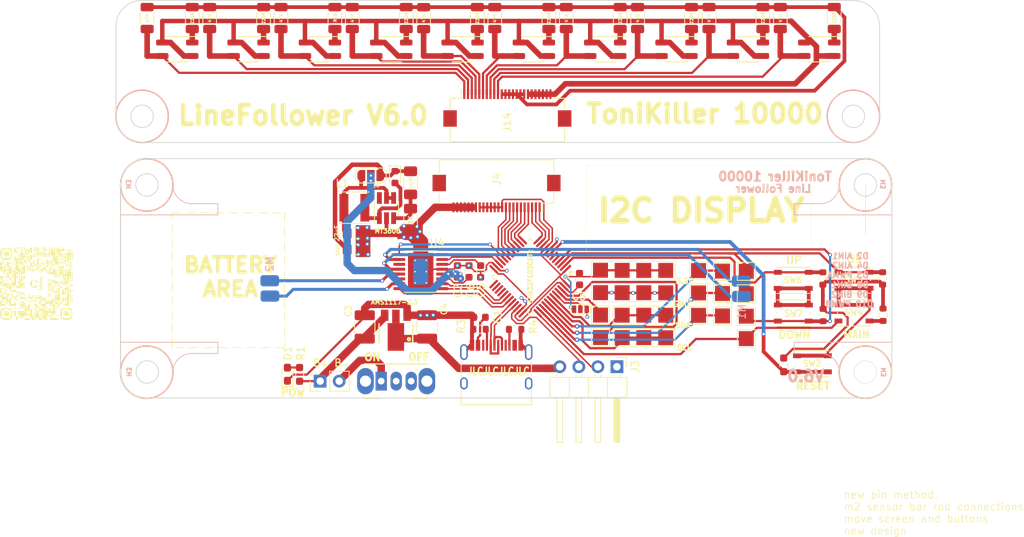
<source format=kicad_pcb>
(kicad_pcb (version 20240108) (generator "pcbnew") (generator_version "8.0")
  (layers (0 "F.Cu" signal) (31 "B.Cu" signal) (34 "B.Paste" user) (35 "F.Paste" user) (36 "B.SilkS" user "B.Silkscreen") (37 "F.SilkS" user "F.Silkscreen") (38 "B.Mask" user) (39 "F.Mask" user) (44 "Edge.Cuts" user))
  (net 0 "")
  (net 1 "+BATT")
  (net 2 "GND")
  (net 3 "+3.3V")
  (net 4 "Net-(J1-Pin_2)")
  (net 5 "Sensor2")
  (net 6 "Sensor3")
  (net 7 "Sensor0")
  (net 8 "Sensor6")
  (net 9 "Sensor5")
  (net 10 "Sensor7")
  (net 11 "Sensor4")
  (net 12 "Sensor1")
  (net 13 "Net-(M1-+)")
  (net 14 "Net-(M1--)")
  (net 15 "Net-(M2-+)")
  (net 16 "Net-(M2--)")
  (net 17 "Net-(D1-A)")
  (net 18 "Net-(U1-NRST)")
  (net 19 "V_MOT")
  (net 20 "SDA")
  (net 21 "SCL")
  (net 22 "~{STBY}")
  (net 23 "Net-(U4-VINT)")
  (net 24 "GPIO1")
  (net 25 "AIN2")
  (net 26 "USB_D+")
  (net 27 "Sensor8")
  (net 28 "Sensor9")
  (net 29 "GPIO0")
  (net 30 "/GPIO_1A")
  (net 31 "Fault")
  (net 32 "/GPIO_1B")
  (net 33 "/GPIO_2A")
  (net 34 "/GPIO_2B")
  (net 35 "USB_D-")
  (net 36 "Net-(D2-A)")
  (net 37 "SWCLK")
  (net 38 "VBAT")
  (net 39 "Net-(U4-VCP)")
  (net 40 "Net-(U5-FB)")
  (net 41 "SWDIO")
  (net 42 "BIN2")
  (net 43 "VBAT_Boosted")
  (net 44 "SCK")
  (net 45 "BIN1")
  (net 46 "AIN1")
  (net 48 "KillSW")
  (net 50 "StartSW")
  (net 51 "VBUS")
  (net 52 "Net-(J2-CC1)")
  (net 53 "Net-(J2-CC2)")
  (net 57 "Net-(SW3-B)")
  (net 59 "MISO")
  (net 60 "LED_B")
  (net 61 "LED_G")
  (net 62 "LED_SEL")
  (net 63 "MOSI")
  (net 64 "LED_R")
  (net 66 "Net-(U2-A)")
  (net 67 "Net-(U6-A)")
  (net 68 "Net-(U7-A)")
  (net 69 "Net-(U8-A)")
  (net 70 "Net-(U9-A)")
  (net 71 "Net-(U10-A)")
  (net 72 "Net-(U11-A)")
  (net 73 "Net-(U12-A)")
  (net 74 "Net-(U13-A)")
  (net 75 "Net-(U14-A)")
  (footprint "TestPoint:TestPoint_Pad_2.0x2.0mm" (layer "F.Cu") (at 146.037905 94.035646)
    (property "Reference" "REF**" (hide yes))
    (property "Value" "TestPoint_Pad_2.0x2.0mm")
  )
  (footprint "Capacitor_SMD:C_0603_1608Metric" (layer "F.Cu") (at 115.384801 94.150169 90)
    (property "Reference" "C6")
    (property "Value" "10nF")
  )
  (footprint "Connector_PinHeader_2.54mm:PinHeader_1x02_P2.54mm_Vertical" (layer "F.Cu") (at 95.508973 108.813694 90)
    (property "Reference" "J1" (hide yes))
    (property "Value" "BAT")
  )
  (footprint "Button_Switch_THT:SW_CuK_OS102011MA1QN1_SPDT_Angled" (layer "F.Cu") (at 103.658973 108.813694)
    (property "Reference" "SW1" (hide yes))
    (property "Value" "SW_SPDT" (hide yes))
  )
  (footprint "Resistor_SMD:R_1206_3216Metric" (layer "F.Cu") (at 147.435621 60.274396 -90)
    (property "Reference" "R25" (hide yes))
    (property "Value" "47K")
  )
  (footprint "Inductor_SMD:L_Taiyo-Yuden_NR-40xx" (layer "F.Cu") (at 100.077905 85.630646)
    (property "Reference" "L1")
    (property "Value" "22uH")
  )
  (footprint "OptoDevice:Everlight_ITR1201SR10AR" (layer "F.Cu") (at 105.000621 64.453146 -90)
    (property "Reference" "U12" (hide yes))
    (property "Value" "ITR8307")
  )
  (footprint "Resistor_SMD:R_1206_3216Metric" (layer "F.Cu") (at 72.400621 60.278146 -90)
    (property "Reference" "R14" (hide yes))
    (property "Value" "47K")
  )
  (footprint "TestPoint:TestPoint_Pad_2.0x2.0mm" (layer "F.Cu") (at 132.947905 99.985646)
    (property "Reference" "REF**" (hide yes))
    (property "Value" "TestPoint_Pad_2.0x2.0mm")
  )
  (footprint "Resistor_SMD:R_0603_1608Metric_Pad0.98x0.95mm_HandSolder" (layer "F.Cu") (at 157.412905 106.640646 90)
    (property "Reference" "R2" (hide yes))
    (property "Value" "10K")
  )
  (footprint "" (layer "F.Cu") (at 141.657905 103.015646)
    (property "Reference" "")
    (property "Value" "")
  )
  (footprint "Connector_FFC-FPC:Hirose_FH12-24S-0.5SH_1x24-1MP_P0.50mm_Horizontal" (layer "F.Cu") (at 120.505621 72.305646)
    (property "Reference" "J14")
    (property "Value" "SensorBar")
  )
  (footprint "OptoDevice:Everlight_ITR1201SR10AR" (layer "F.Cu") (at 85.950621 64.453146 -90)
    (property "Reference" "U8" (hide yes))
    (property "Value" "ITR8307")
  )
  (footprint "OptoDevice:Everlight_ITR1201SR10AR" (layer "F.Cu") (at 76.425621 64.453146 -90)
    (property "Reference" "U6" (hide yes))
    (property "Value" "ITR8307")
  )
  (footprint "Resistor_SMD:R_1206_3216Metric" (layer "F.Cu") (at 156.960621 60.274396 -90)
    (property "Reference" "R29" (hide yes))
    (property "Value" "47K")
  )
  (footprint "" (layer "F.Cu") (at 135.837905 96.995646)
    (property "Reference" "")
    (property "Value" "")
  )
  (footprint "Button_Switch_SMD:SW_Push_1P1T_NO_Vertical_Wuerth_434133025816" (layer "F.Cu") (at 161.237905 106.495646 180)
    (property "Reference" "SW2")
    (property "Value" "RESET")
  )
  (footprint "Resistor_SMD:R_0603_1608Metric" (layer "F.Cu") (at 170.677905 99.940646 90)
    (property "Reference" "R10" (hide yes))
    (property "Value" "10K")
  )
  (footprint "Resistor_SMD:R_0603_1608Metric_Pad0.98x0.95mm_HandSolder" (layer "F.Cu") (at 92.758973 107.913694 -90)
    (property "Reference" "R1")
    (property "Value" "1K")
  )
  (footprint "Resistor_SMD:R_0603_1608Metric" (layer "F.Cu") (at 170.617905 95.085646 -90)
    (property "Reference" "R8" (hide yes))
    (property "Value" "10K")
  )
  (footprint "Resistor_SMD:R_1206_3216Metric" (layer "F.Cu") (at 97.475621 60.278146 -90)
    (property "Reference" "R20")
    (property "Value" "220R")
  )
  (footprint "OptoDevice:Everlight_ITR1201SR10AR" (layer "F.Cu") (at 114.525621 64.453146 -90)
    (property "Reference" "U14" (hide yes))
    (property "Value" "ITR8307")
  )
  (footprint "TestPoint:TestPoint_Pad_2.0x2.0mm" (layer "F.Cu") (at 149.237905 100.095646)
    (property "Reference" "REF**" (hide yes))
    (property "Value" "TestPoint_Pad_2.0x2.0mm")
  )
  (footprint "TestPoint:TestPoint_Pad_2.0x2.0mm" (layer "F.Cu") (at 146.037905 97.025646)
    (property "Reference" "REF**" (hide yes))
    (property "Value" "TestPoint_Pad_2.0x2.0mm")
  )
  (footprint "Resistor_SMD:R_1206_3216Metric" (layer "F.Cu") (at 87.950621 60.278146 -90)
    (property "Reference" "R16" (hide yes))
    (property "Value" "220R")
  )
  (footprint "" (layer "F.Cu") (at 138.727905 102.995646)
    (property "Reference" "")
    (property "Value" "")
  )
  (footprint "" (layer "F.Cu") (at 132.947905 93.985646)
    (property "Reference" "")
    (property "Value" "")
  )
  (footprint "Resistor_SMD:R_1206_3216Metric" (layer "F.Cu") (at 116.500621 60.278146 -90)
    (property "Reference" "R28" (hide yes))
    (property "Value" "220R")
  )
  (footprint "TestPoint:TestPoint_Pad_2.0x2.0mm" (layer "F.Cu") (at 149.237905 97.095646)
    (property "Reference" "REF**" (hide yes))
    (property "Value" "TestPoint_Pad_2.0x2.0mm")
  )
  (footprint "Package_TO_SOT_SMD:SOT-23-6_Handsoldering" (layer "F.Cu") (at 104.367405 85.680646 90)
    (property "Reference" "U5" (hide yes))
    (property "Value" "MT3608")
  )
  (footprint "Resistor_SMD:R_1206_3216Metric" (layer "F.Cu") (at 164.160621 60.274396 -90)
    (property "Reference" "R27" (hide yes))
    (property "Value" "220R")
  )
  (footprint "TestPoint:TestPoint_Pad_2.0x2.0mm" (layer "F.Cu") (at 152.417905 97.125646)
    (property "Reference" "REF**" (hide yes))
    (property "Value" "TestPoint_Pad_2.0x2.0mm")
  )
  (footprint "Button_Switch_SMD:SW_Push_1P1T_NO_Vertical_Wuerth_434133025816" (layer "F.Cu") (at 166.802905 95.325646 180)
    (property "Reference" "SW5")
    (property "Value" "Push_OK" (hide yes))
  )
  (footprint "" (layer "F.Cu") (at 138.727905 96.995646)
    (property "Reference" "")
    (property "Value" "")
  )
  (footprint "OptoDevice:Everlight_ITR1201SR10AR" (layer "F.Cu") (at 162.160621 64.449396 -90)
    (property "Reference" "U13" (hide yes))
    (property "Value" "ITR8307")
  )
  (footprint "Button_Switch_SMD:SW_Push_1P1T_NO_Vertical_Wuerth_434133025816" (layer "F.Cu") (at 158.702905 99.710646)
    (property "Reference" "SW7")
    (property "Value" "Push_Down" (hide yes))
  )
  (footprint "Capacitor_SMD:C_0805_2012Metric_Pad1.18x1.45mm_HandSolder" (layer "F.Cu") (at 100.152905 89.055646)
    (property "Reference" "C12" (hide yes))
    (property "Value" "22uF")
  )
  (footprint "TestPoint:TestPoint_Pad_2.0x2.0mm" (layer "F.Cu") (at 152.417905 94.135646)
    (property "Reference" "REF**" (hide yes))
    (property "Value" "TestPoint_Pad_2.0x2.0mm")
  )
  (footprint "Jumper:SolderJumper-3_P1.3mm_Open_RoundedPad1.0x1.5mm_NumberLabels" (layer "F.Cu") (at 102.277905 81.330646 180)
    (property "Reference" "JP1" (hide yes))
    (property "Value" "Jumper_3_Bridged12" (hide yes))
  )
  (footprint "Diode_SMD:D_0603_1608Metric" (layer "F.Cu") (at 105.502905 81.530646 -90)
    (property "Reference" "D2" (hide yes))
    (property "Value" "SS34_C183891")
  )
  (footprint "Resistor_SMD:R_0603_1608Metric" (layer "F.Cu") (at 116.793973 101.883694 180)
    (property "Reference" "R3")
    (property "Value" "5K1")
  )
  (footprint "Capacitor_SMD:C_0603_1608Metric" (layer "F.Cu") (at 113.834801 94.150169 90)
    (property "Reference" "C2")
    (property "Value" "10uF")
  )
  (footprint "" (layer "F.Cu") (at 141.657905 97.005646)
    (property "Reference" "")
    (property "Value" "")
  )
  (footprint "Button_Switch_SMD:SW_Push_1P1T_NO_Vertical_Wuerth_434133025816" (layer "F.Cu") (at 158.682905 95.340646 180)
    (property "Reference" "SW6")
    (property "Value" "Push_Up" (hide yes))
  )
  (footprint "Resistor_SMD:R_1206_3216Metric" (layer "F.Cu") (at 78.425621 60.278146 -90)
    (property "Reference" "R12" (hide yes))
    (property "Value" "220R")
  )
  (footprint "LOGO" (layer "F.Cu") (at 57.467905 95.705646 90)
    (property "Reference" "G***" (hide yes))
    (property "Value" "LOGO" (hide yes))
  )
  (footprint "Package_QFP:LQFP-48_7x7mm_P0.5mm" (layer "F.Cu") (at 123.56175 94.852384 -135)
    (property "Reference" "U1" (hide yes))
    (property "Value" "STM32F103C6Tx")
  )
  (footprint "" (layer "F.Cu") (at 132.947905 96.985646)
    (property "Reference" "")
    (property "Value" "")
  )
  (footprint "OptoDevice:Everlight_ITR1201SR10AR" (layer "F.Cu") (at 133.575621 64.453146 -90)
    (property "Reference" "U7" (hide yes))
    (property "Value" "ITR8307")
  )
  (footprint "Button_Switch_SMD:SW_Push_1P1T_NO_Vertical_Wuerth_434133025816" (layer "F.Cu") (at 166.797905 99.695646 180)
    (property "Reference" "SW4")
    (property "Value" "Push_Main" (hide yes))
  )
  (footprint "Resistor_SMD:R_1206_3216Metric" (layer "F.Cu") (at 80.750621 60.278146 -90)
    (property "Reference" "R18" (hide yes))
    (property "Value" "47K")
  )
  (footprint "Capacitor_SMD:C_0603_1608Metric" (layer "F.Cu") (at 116.793973 100.283694 180)
    (property "Reference" "C1")
    (property "Value" "10uF")
  )
  (footprint "78L05:PK(R-PSSO-F3)" (layer "F.Cu") (at 105.62175 103.657384 180)
    (property "Reference" "U3" (hide yes))
    (property "Value" "AMS1117-3.3")
  )
  (footprint "OptoDevice:Everlight_ITR1201SR10AR" (layer "F.Cu") (at 143.100621 64.453146 -90)
    (property "Reference" "U9" (hide yes))
    (property "Value" "ITR8307")
  )
  (footprint "Package_SO:HTSSOP-16-1EP_4.4x5mm_P0.65mm_EP3.4x5mm_Mask2.46x2.31mm_ThermalVias" (layer "F.Cu") (at 108.934801 94.175169)
    (property "Reference" "U4")
    (property "Value" "DRV8833PWP")
  )
  (footprint "Capacitor_SMD:C_1210_3225Metric_Pad1.33x2.70mm_HandSolder" (layer "F.Cu") (at 109.78175 101.567384 90)
    (property "Reference" "C4")
    (property "Value" "100uF")
  )
  (footprint "Capacitor_SMD:C_1210_3225Metric_Pad1.33x2.70mm_HandSolder" (layer "F.Cu") (at 101.46175 101.567384 90)
    (property "Reference" "C3")
    (property "Value" "100uF")
  )
  (footprint "Resistor_SMD:R_1206_3216Metric" (layer "F.Cu") (at 90.275621 60.278146 -90)
    (property "Reference" "R22" (hide yes))
    (property "Value" "47K")
  )
  (footprint "Resistor_SMD:R_1206_3216Metric" (layer "F.Cu") (at 118.825621 60.278146 -90)
    (property "Reference" "R13" (hide yes))
    (property "Value" "47K")
  )
  (footprint "Resistor_SMD:R_1206_3216Metric" (layer "F.Cu") (at 137.900621 60.278146 -90)
    (property "Reference" "R21" (hide yes))
    (property "Value" "47K")
  )
  (footprint "" (layer "F.Cu") (at 135.837905 94.005646)
    (property "Reference" "")
    (property "Value" "")
  )
  (footprint "Connector_PinHeader_2.54mm:PinHeader_1x04_P2.54mm_Horizontal" (layer "F.Cu") (at 135.133973 106.888694 -90)
    (property "Reference" "J3")
    (property "Value" "Debug")
  )
  (footprint "Resistor_SMD:R_0603_1608Metric" (layer "F.Cu") (at 121.543973 101.893694)
    (property "Reference" "R4")
    (property "Value" "5K1")
  )
  (footprint "Resistor_SMD:R_1206_3216Metric" (layer "F.Cu") (at 107.000621 60.278146 -90)
    (property "Reference" "R24" (hide yes))
    (property "Value" "220R")
  )
  (footprint "Resistor_SMD:R_0603_1608Metric" (layer "F.Cu") (at 162.637905 95.095646 -90)
    (property "Reference" "R7" (hide yes))
    (property "Value" "10K")
  )
  (footprint "Resistor_SMD:R_0603_1608Metric" (layer "F.Cu") (at 162.677905 99.980646 90)
    (property "Reference" "R9" (hide yes))
    (property "Value" "10K")
  )
  (footprint "TestPoint:TestPoint_Pad_2.0x2.0mm" (layer "F.Cu") (at 152.417905 103.125646)
    (property "Reference" "REF**" (hide yes))
    (property "Value" "TestPoint_Pad_2.0x2.0mm")
  )
  (footprint "Resistor_SMD:R_1206_3216Metric_Pad1.30x1.75mm_HandSolder" (layer "F.Cu") (at 107.577905 82.305646 90)
    (property "Reference" "R6" (hide yes))
    (property "Value" "14.7K")
  )
  (footprint "LED_SMD:LED_0603_1608Metric_Pad1.05x0.95mm_HandSolder" (layer "F.Cu") (at 91.133973 107.888694 90)
    (property "Reference" "D1")
    (property "Value" "POW")
  )
  (footprint "Resistor_SMD:R_1206_3216Metric" (layer "F.Cu") (at 135.575621 60.278146 -90)
    (property "Reference" "R15" (hide yes))
    (property "Value" "220R")
  )
  (footprint "" (layer "F.Cu") (at 135.837905 99.995646)
    (property "Reference" "")
    (property "Value" "")
  )
  (footprint "TestPoint:TestPoint_Pad_2.0x2.0mm" (layer "F.Cu") (at 132.947905 102.985646)
    (property "Reference" "REF**" (hide yes))
    (property "Value" "TestPoint_Pad_2.0x2.0mm")
  )
  (footprint "Resistor_SMD:R_1206_3216Metric" (layer "F.Cu") (at 154.635621 60.274396 -90)
    (property "Reference" "R23" (hide yes))
    (property "Value" "220R")
  )
  (footprint "" (layer "F.Cu") (at 138.727905 99.995646)
    (property "Reference" "")
    (property "Value" "")
  )
  (footprint "Connector_USB:USB_C_Receptacle_HRO_TYPE-C-31-M-12" (layer "F.Cu") (at 119.033973 108.063694)
    (property "Reference" "J2" (hide yes))
    (property "Value" "USB_C_USB2.0")
  )
  (footprint "Resistor_SMD:R_1206_3216Metric" (layer "F.Cu") (at 109.325621 60.290646 -90)
    (property "Reference" "R30" (hide yes))
    (property "Value" "47K")
  )
  (footprint "Resistor_SMD:R_1206_3216Metric_Pad1.30x1.75mm_HandSolder" (layer "F.Cu") (at 107.577905 87.305646 90)
    (property "Reference" "R5" (hide yes))
    (property "Value" "2K")
  )
  (footprint "OptoDevice:Everlight_ITR1201SR10AR" (layer "F.Cu") (at 95.475621 64.453146 -90)
    (property "Reference" "U10" (hide yes))
    (property "Value" "ITR8307")
  )
  (footprint "" (layer "F.Cu") (at 135.837905 102.995646)
    (property "Reference" "")
    (property "Value" "")
  )
  (footprint "Jumper:SolderJumper-3_P1.3mm_Bridged12_RoundedPad1.0x1.5mm" (layer "F.Cu") (at 130.257905 99.205646 180)
    (property "Reference" "SW3" (hide yes))
    (property "Value" "SW_SPDT")
  )
  (footprint "" (layer "F.Cu") (at 141.657905 94.015646)
    (property "Reference" "")
    (property "Value" "")
  )
  (footprint "TestPoint:TestPoint_Pad_2.0x2.0mm" (layer "F.Cu") (at 149.237905 94.105646)
    (property "Reference" "REF**" (hide yes))
    (property "Value" "TestPoint_Pad_2.0x2.0mm")
  )
  (footprint "" (layer "F.Cu") (at 141.657905 100.005646)
    (property "Reference" "")
    (property "Value" "")
  )
  (footprint "Connector_FFC-FPC:Hirose_FH12-24S-0.5SH_1x24-1MP_P0.50mm_Horizontal" (layer "F.Cu") (at 119.06175 83.727384 180)
    (property "Reference" "J4")
    (property "Value" "SensorBar")
  )
  (footprint "" (layer "F.Cu") (at 138.727905 94.015646)
    (property "Reference" "")
    (property "Value" "")
  )
  (footprint "Capacitor_SMD:C_0603_1608Metric" (layer "F.Cu") (at 116.934801 94.150169 90)
    (property "Reference" "C5")
    (property "Value" "10uF")
  )
  (footprint "Resistor_SMD:R_1206_3216Metric" (layer "F.Cu") (at 145.100621 60.278146 -90)
    (property "Reference" "R19" (hide yes))
    (property "Value" "220R")
  )
  (footprint "TestPoint:TestPoint_Pad_2.0x2.0mm" (layer "F.Cu") (at 152.417905 100.125646)
    (property "Reference" "REF**" (hide yes))
    (property "Value" "TestPoint_Pad_2.0x2.0mm")
  )
  (footprint "Resistor_SMD:R_1206_3216Metric" (layer "F.Cu") (at 99.800621 60.278146 -90)
    (property "Reference" "R26" (hide yes))
    (property "Value" "47K")
  )
  (footprint "TestPoint:TestPoint_Pad_2.0x2.0mm" (layer "F.Cu") (at 146.037905 100.025646)
    (property "Reference" "REF**" (hide yes))
    (property "Value" "TestPoint_Pad_2.0x2.0mm")
  )
  (footprint "OptoDevice:Everlight_ITR1201SR10AR" (layer "F.Cu") (at 152.635621 64.449396 -90)
    (property "Reference" "U11" (hide yes))
    (property "Value" "ITR8307")
  )
  (footprint "Capacitor_SMD:C_0603_1608Metric" (layer "F.Cu") (at 130.147905 95.160646 90)
    (property "Reference" "C5")
    (property "Value" "10uF")
  )
  (footprint "Capacitor_SMD:C_0805_2012Metric_Pad1.18x1.45mm_HandSolder" (layer "F.Cu") (at 100.152905 91.205646 180)
    (property "Reference" "C9" (hide yes))
    (property "Value" "22uF")
  )
  (footprint "OptoDevice:Everlight_ITR1201SR10AR" (layer "F.Cu") (at 124.050621 64.453146 -90)
    (property "Reference" "U2" (hide yes))
    (property "Value" "ITR8307")
  )
  (footprint "Resistor_SMD:R_1206_3216Metric" (layer "F.Cu") (at 128.375621 60.278146 -90)
    (property "Reference" "R17" (hide yes))
    (property "Value" "47K")
  )
  (footprint "Resistor_SMD:R_1206_3216Metric" (layer "F.Cu") (at 126.050621 60.278146 -90)
    (property "Reference" "R11" (hide yes))
    (property "Value" "220R")
  )
  (footprint "Connector_Wire:SolderWirePad_1x01_SMD_1x2mm" (layer "B.Cu") (at 151.76526 96.443908 90)
    (property "Reference" "M1")
    (property "Value" "Motor_DC")
  )
  (footprint "Connector_Wire:SolderWirePad_1x01_SMD_1x2mm" (layer "B.Cu") (at 88.771838 96.443908 -90)
    (property "Reference" "M2")
    (property "Value" "Motor_DC")
  )
  (gr_arc (start 75.848973 107.613694) (mid 76.581207 105.845928) (end 78.348973 105.113694) (stroke (width 0.1)) (layer "B.SilkS"))
  (gr_arc (start 78.348973 85.088694) (mid 76.58118 84.356482) (end 75.848973 82.588694) (stroke (width 0.1)) (layer "B.SilkS"))
  (gr_line (start 68.848973 107.613694) (end 68.848973 82.588694) (stroke (width 0.1)) (layer "B.SilkS"))
  (gr_circle (center 72.348973 82.588694) (end 72.348973 86.088694) (stroke (width 0.2)) (fill none) (layer "B.SilkS"))
  (gr_line (start 81.848973 86.588694) (end 81.848973 85.088694) (stroke (width 0.1)) (layer "B.SilkS"))
  (gr_circle (center 168.323973 82.588694) (end 168.323973 79.088694) (stroke (width 0.2)) (fill none) (layer "B.SilkS"))
  (gr_line (start 81.848973 105.113694) (end 78.348973 105.113694) (stroke (width 0.1)) (layer "B.SilkS"))
  (gr_line (start 81.848973 105.113694) (end 81.848973 103.613694) (stroke (width 0.1)) (layer "B.SilkS"))
  (gr_line (start 171.823973 86.588694) (end 158.823973 86.588694) (stroke (width 0.1)) (layer "B.SilkS"))
  (gr_circle (center 168.323973 107.613694) (end 168.323973 104.113694) (stroke (width 0.2)) (fill none) (layer "B.SilkS"))
  (gr_line (start 158.823973 103.613694) (end 158.823973 105.113694) (stroke (width 0.1)) (layer "B.SilkS"))
  (gr_arc (start 164.823973 82.588694) (mid 164.091721 84.356419) (end 162.323973 85.088694) (stroke (width 0.1)) (layer "B.SilkS"))
  (gr_line (start 158.823973 85.088694) (end 162.323973 85.088694) (stroke (width 0.1)) (layer "B.SilkS"))
  (gr_line (start 68.848973 86.588694) (end 81.848973 86.588694) (stroke (width 0.1)) (layer "B.SilkS"))
  (gr_circle (center 71.725621 73.415646) (end 71.725621 69.915646) (stroke (width 0.2)) (fill none) (layer "B.SilkS"))
  (gr_line (start 171.823973 103.613694) (end 158.823973 103.613694) (stroke (width 0.1)) (layer "B.SilkS"))
  (gr_line (start 158.823973 105.113694) (end 162.323973 105.113694) (stroke (width 0.1)) (layer "B.SilkS"))
  (gr_line (start 81.848973 85.088694) (end 78.348973 85.088694) (stroke (width 0.1)) (layer "B.SilkS"))
  (gr_circle (center 166.725621 73.415646) (end 166.725621 69.915646) (stroke (width 0.2)) (fill none) (layer "B.SilkS"))
  (gr_line (start 68.848973 103.613694) (end 81.848973 103.613694) (stroke (width 0.1)) (layer "B.SilkS"))
  (gr_arc (start 162.323973 105.113694) (mid 164.091714 105.845948) (end 164.823973 107.613694) (stroke (width 0.1)) (layer "B.SilkS"))
  (gr_line (start 158.823973 85.088694) (end 158.823973 86.588694) (stroke (width 0.1)) (layer "B.SilkS"))
  (gr_circle (center 72.348973 107.613694) (end 72.348973 111.113694) (stroke (width 0.2)) (fill none) (layer "B.SilkS"))
  (gr_line (start 142.907905 98.185646) (end 131.747905 98.185646) (stroke (width 0.1)) (layer "F.SilkS"))
  (gr_line (start 142.907905 101.795646) (end 142.907905 104.195646) (stroke (width 0.1)) (layer "F.SilkS"))
  (gr_line (start 131.747905 95.195646) (end 142.907905 95.225646) (stroke (width 0.1)) (layer "F.SilkS"))
  (gr_line (start 134.637905 101.795646) (end 134.637905 104.195646) (stroke (width 0.1)) (layer "F.SilkS"))
  (gr_line (start 134.637905 98.795646) (end 142.897905 98.795646) (stroke (width 0.1)) (layer "F.SilkS"))
  (gr_circle (center 72.327905 107.615646) (end 75.827905 107.615646) (stroke (width 0.2)) (fill none) (layer "F.SilkS"))
  (gr_circle (center 72.347905 82.595646) (end 75.847905 82.595646) (stroke (width 0.2)) (fill none) (layer "F.SilkS"))
  (gr_line (start 142.907905 92.825646) (end 142.907905 95.225646) (stroke (width 0.1)) (layer "F.SilkS"))
  (gr_rect (start 131.057905 79.985646) (end 161.057905 91.485646) (stroke (width 0.05) (type dash_dot_dot)) (fill solid) (layer "F.SilkS"))
  (gr_circle (center 168.348973 82.563694) (end 171.848973 82.563694) (stroke (width 0.2)) (fill none) (layer "F.SilkS"))
  (gr_line (start 142.897905 98.795646) (end 142.897905 101.195646) (stroke (width 0.1)) (layer "F.SilkS"))
  (gr_circle (center 168.327905 107.615646) (end 171.827905 107.615646) (stroke (width 0.2)) (fill none) (layer "F.SilkS"))
  (gr_line (start 131.747905 95.785646) (end 131.747905 98.185646) (stroke (width 0.1)) (layer "F.SilkS"))
  (gr_line (start 131.747905 95.785646) (end 142.907905 95.785646) (stroke (width 0.1)) (layer "F.SilkS"))
  (gr_line (start 131.747905 92.795646) (end 131.747905 95.195646) (stroke (width 0.1)) (layer "F.SilkS"))
  (gr_line (start 142.897905 101.195646) (end 134.637905 101.195646) (stroke (width 0.1)) (layer "F.SilkS"))
  (gr_line (start 142.907905 95.785646) (end 142.907905 98.185646) (stroke (width 0.1)) (layer "F.SilkS"))
  (gr_line (start 142.907905 104.195646) (end 134.637905 104.195646) (stroke (width 0.1)) (layer "F.SilkS"))
  (gr_line (start 134.637905 98.795646) (end 134.637905 101.195646) (stroke (width 0.1)) (layer "F.SilkS"))
  (gr_line (start 168.348973 82.563694) (end 168.35 89.075) (stroke (width 0.1)) (layer "F.SilkS"))
  (gr_line (start 142.907905 92.825646) (end 131.747905 92.795646) (stroke (width 0.1)) (layer "F.SilkS"))
  (gr_rect (start 75.757905 86.335646) (end 90.757905 104.335646) (stroke (width 0.1) (type dash_dot)) (fill none) (layer "F.SilkS"))
  (gr_line (start 134.637905 101.795646) (end 142.907905 101.795646) (stroke (width 0.1)) (layer "F.SilkS"))
  (gr_line (start 72.348973 79.063694) (end 168.348973 79.063694) (stroke (width 0.1)) (layer "Edge.Cuts"))
  (gr_arc (start 170.225621 73.415646) (mid 169.200496 75.890525) (end 166.725621 76.915646) (stroke (width 0.1)) (layer "Edge.Cuts"))
  (gr_circle (center 71.725621 73.415646) (end 71.725621 71.915646) (stroke (width 0.1)) (fill none) (layer "Edge.Cuts"))
  (gr_arc (start 166.823973 107.613694) (mid 168.323973 106.113694) (end 169.823973 107.613694) (stroke (width 0.05)) (layer "Edge.Cuts"))
  (gr_line (start 171.848973 82.563694) (end 171.848973 107.563694) (stroke (width 0.1)) (layer "Edge.Cuts"))
  (gr_circle (center 166.725621 73.415646) (end 166.725621 71.915646) (stroke (width 0.1)) (fill none) (layer "Edge.Cuts"))
  (gr_line (start 170.225621 61.415646) (end 170.225621 73.415646) (stroke (width 0.1)) (layer "Edge.Cuts"))
  (gr_arc (start 68.848973 82.563694) (mid 69.8741 80.088821) (end 72.348973 79.063694) (stroke (width 0.1)) (layer "Edge.Cuts"))
  (gr_line (start 71.725621 76.915646) (end 166.725621 76.915646) (stroke (width 0.1)) (layer "Edge.Cuts"))
  (gr_arc (start 68.225621 61.415646) (mid 69.250748 58.940778) (end 71.725621 57.915646) (stroke (width 0.1)) (layer "Edge.Cuts"))
  (gr_arc (start 169.823973 107.613694) (mid 168.323973 109.113694) (end 166.823973 107.613694) (stroke (width 0.05)) (layer "Edge.Cuts"))
  (gr_arc (start 168.348973 79.063694) (mid 170.823821 80.088841) (end 171.848973 82.563694) (stroke (width 0.1)) (layer "Edge.Cuts"))
  (gr_arc (start 72.348973 111.063694) (mid 69.874074 110.038589) (end 68.848973 107.563694) (stroke (width 0.1)) (layer "Edge.Cuts"))
  (gr_arc (start 71.725621 76.915646) (mid 69.250737 75.890525) (end 68.225621 73.415646) (stroke (width 0.1)) (layer "Edge.Cuts"))
  (gr_arc (start 166.725621 57.915646) (mid 169.200484 58.940778) (end 170.225621 61.415646) (stroke (width 0.1)) (layer "Edge.Cuts"))
  (gr_circle (center 72.373973 82.588694) (end 72.373973 84.088694) (stroke (width 0.1)) (fill none) (layer "Edge.Cuts"))
  (gr_line (start 72.348973 111.063694) (end 168.348973 111.063694) (stroke (width 0.1)) (layer "Edge.Cuts"))
  (gr_line (start 68.225621 73.415646) (end 68.225621 61.415646) (stroke (width 0.1)) (layer "Edge.Cuts"))
  (gr_circle (center 72.423973 107.588694) (end 72.423973 109.088694) (stroke (width 0.1)) (fill none) (layer "Edge.Cuts"))
  (gr_line (start 71.725621 57.915646) (end 166.725621 57.915646) (stroke (width 0.1)) (layer "Edge.Cuts"))
  (gr_line (start 68.848973 82.563694) (end 68.848973 107.563694) (stroke (width 0.1)) (layer "Edge.Cuts"))
  (gr_circle (center 168.323973 82.588694) (end 168.323973 81.088694) (stroke (width 0.1)) (fill none) (layer "Edge.Cuts"))
  (gr_arc (start 171.848973 107.563694) (mid 170.823828 110.038525) (end 168.348973 111.063694) (stroke (width 0.1)) (layer "Edge.Cuts"))
  (gr_text "V6.0" (at 160.358973 108.138694 0) (layer "B.SilkS") (effects (font (size 1.5 1.5) (thickness 0.375)) (justify mirror)))
  (gr_text "M3" (at 170.783973 107.613694 90) (layer "B.SilkS") (effects (font (size 0.6 0.6)) (justify mirror)))
  (gr_text "M3" (at 69.958973 107.588694 -90) (layer "B.SilkS") (effects (font (size 0.6 0.6)) (justify mirror)))
  (gr_text "ToniKiller 10000\n" (at 156.258973 81.463694 0) (layer "B.SilkS") (effects (font (size 1.2 1.2) (thickness 0.3)) (justify mirror)))
  (gr_text "M3" (at 69.883973 82.488694 -90) (layer "B.SilkS") (effects (font (size 0.6 0.6)) (justify mirror)))
  (gr_text "Line Follower" (at 156.033973 83.088694 0) (layer "B.SilkS") (effects (font (size 1 1) (thickness 0.25)) (justify mirror)))
  (gr_text "M3" (at 170.708973 82.488694 90) (layer "B.SilkS") (effects (font (size 0.6 0.6)) (justify mirror)))
  (gr_text " D2 AIN1\n D4 AIN2\n D3 PWMA\n D8 BIN1\n D9 BIN2\nD10 PWMB" (at 169.477905 95.305646 0) (layer "B.SilkS") (effects (font (size 0.8 0.8) (thickness 0.2)) (justify left mirror)))
  (gr_text "3.3V" (at 142.897905 95.855646 0) (layer "F.SilkS") (effects (font (size 0.7 0.7) (thickness 0.175) (bold yes)) (justify left bottom)))
  (gr_text "DOWN" (at 156.602905 103.200646 0) (layer "F.SilkS") (effects (font (size 1 1) (thickness 0.2) (bold yes)) (justify left bottom)))
  (gr_text "OK" (at 165.747905 93.065646 0) (layer "F.SilkS") (effects (font (size 1 1) (thickness 0.2) (bold yes)) (justify left bottom)))
  (gr_text "ON" (at 102.483973 105.588694 0) (layer "F.SilkS") (effects (font (size 1 1) (thickness 0.25))))
  (gr_text "UP" (at 157.602905 93.220646 0) (layer "F.SilkS") (effects (font (size 1 1) (thickness 0.2) (bold yes)) (justify left bottom)))
  (gr_text "BATTERY\nAREA" (at 83.507905 94.905646 0) (layer "F.SilkS") (effects (font (size 2 2) (thickness 0.5) (bold yes))))
  (gr_text "SCL" (at 142.997905 104.735646 0) (layer "F.SilkS") (effects (font (size 0.7 0.7) (thickness 0.175) (bold yes)) (justify left bottom)))
  (gr_text "B_{+}" (at 95.558973 106.338694 0) (layer "F.SilkS") (effects (font (size 1 1))))
  (gr_text "POW" (at 91.858973 110.338694 0) (layer "F.SilkS") (effects (font (size 1 1) (thickness 0.25))))
  (gr_text "new pin method,\nm2 sensor bar rod connections\nmove screen and buttons\nnew design" (at 165.357905 129.405646 0) (layer "F.SilkS") (effects (font (size 1 1) (thickness 0.1)) (justify left bottom)))
  (gr_text "LineFollower V6.0\n" (at 93.245621 73.295646 -0) (layer "F.SilkS") (effects (font (size 2.5 2.5) (thickness 0.625) (bold yes))))
  (gr_text "GND" (at 142.557905 98.925646 0) (layer "F.SilkS") (effects (font (size 0.7 0.7) (thickness 0.175) (bold yes)) (justify left bottom)))
  (gr_text "ToniKiller 10000\n" (at 146.865621 73.085646 -0) (layer "F.SilkS") (effects (font (size 2.5 2.5) (thickness 0.625) (bold yes))))
  (gr_text " JLCJLCJLCJLC" (at 119.033973 107.503694 0) (layer "F.SilkS") (effects (font (size 1 0.8) (thickness 0.2))))
  (gr_text "OFF\n" (at 108.683973 105.588694 0) (layer "F.SilkS") (effects (font (size 1 1) (thickness 0.25))))
  (gr_text "MAIN\n" (at 165.237905 103.175646 0) (layer "F.SilkS") (effects (font (size 1 1) (thickness 0.2) (bold yes)) (justify left bottom)))
  (gr_text "SDA" (at 142.857905 101.775646 0) (layer "F.SilkS") (effects (font (size 0.7 0.7) (thickness 0.175) (bold yes)) (justify left bottom)))
  (gr_text "I2C DISPLAY" (at 132.207905 87.775646 0) (layer "F.SilkS") (effects (font (size 3 3) (thickness 0.75) (bold yes)) (justify left bottom)))
  (gr_text "B_{-}" (at 98.383973 106.388694 0) (layer "F.SilkS") (effects (font (size 1 1))))
  (segment (start 101.46175 103.129884) (end 100.85925 103.129884) (width 1) (layer "F.Cu") (net 1))
  (segment (start 92.771473 108.813694) (end 92.758973 108.826194) (width 0.3) (layer "F.Cu") (net 1))
  (segment (start 104.12175 100.257384) (end 101.46175 102.917384) (width 1) (layer "F.Cu") (net 1))
  (segment (start 95.508973 108.480161) (end 95.508973 108.813694) (width 1) (layer "F.Cu") (net 1))
  (segment (start 104.12175 100.007384) (end 104.12175 100.257384) (width 1) (layer "F.Cu") (net 1))
  (segment (start 95.508973 108.813694) (end 92.771473 108.813694) (width 0.3) (layer "F.Cu") (net 1))
  (segment (start 100.85925 103.129884) (end 95.508973 108.480161) (width 1) (layer "F.Cu") (net 1))
  (segment (start 123.150621 63.553146) (end 124.950621 65.353146) (width 0.75) (layer "F.Cu") (net 2))
  (segment (start 164.747905 98.620646) (end 164.747905 96.420646) (width 0.5) (layer "F.Cu") (net 2))
  (segment (start 122.877905 98.185646) (end 122.877905 98.135646) (width 0.2) (layer "F.Cu") (net 2))
  (segment (start 105.552905 88.855646) (end 101.390405 88.855646) (width 0.5) (layer "F.Cu") (net 2))
  (segment (start 116.934801 94.150169) (end 116.134801 94.150169) (width 0.2) (layer "F.Cu") (net 2))
  (segment (start 103.000621 63.553146) (end 104.125621 63.553146) (width 0.75) (layer "F.Cu") (net 2))
  (segment (start 168.872905 99.330646) (end 168.872905 98.620646) (width 0.3) (layer "F.Cu") (net 2))
  (segment (start 122.283973 104.018694) (end 122.283973 101.978694) (width 0.5) (layer "F.Cu") (net 2))
  (segment (start 122.209408 99.386706) (end 121.559801 100.036313) (width 0.2) (layer "F.Cu") (net 2))
  (segment (start 158.38562 60.674396) (end 74.429371 60.674396) (width 0.6) (layer "F.Cu") (net 2))
  (segment (start 122.050621 63.553146) (end 123.150621 63.553146) (width 0.75) (layer "F.Cu") (net 2))
  (segment (start 94.818516 106.85415) (end 94.946473 106.726194) (width 0.3) (layer "F.Cu") (net 2))
  (segment (start 129.115621 69.065646) (end 128.265621 69.065646) (width 0.75) (layer "F.Cu") (net 2))
  (segment (start 109.78175 100.004884) (end 110.76425 100.004884) (width 1) (layer "F.Cu") (net 2))
  (segment (start 116.934801 94.925169) (end 116.934801 94.125169) (width 0.2) (layer "F.Cu") (net 2))
  (segment (start 122.209408 99.386706) (end 122.226845 99.386706) (width 0.2) (layer "F.Cu") (net 2))
  (segment (start 115.783973 102.953694) (end 115.783973 100.518694) (width 0.5) (layer "F.Cu") (net 2))
  (segment (start 122.384801 100.700169) (end 123.662577 99.422393) (width 0.2) (layer "F.Cu") (net 2))
  (segment (start 110.76425 100.004884) (end 110.79175 99.977384) (width 1) (layer "F.Cu") (net 2))
  (segment (start 163.312905 104.890646) (end 168.872905 99.330646) (width 0.3) (layer "F.Cu") (net 2))
  (segment (start 159.187905 105.420646) (end 163.312905 105.420646) (width 0.5) (layer "F.Cu") (net 2))
  (segment (start 106.202905 88.855646) (end 106.237905 88.890646) (width 0.5) (layer "F.Cu") (net 2))
  (segment (start 101.390405 88.855646) (end 101.190405 89.055646) (width 0.5) (layer "F.Cu") (net 2))
  (segment (start 141.100621 63.553146) (end 141.100621 60.678146) (width 0.6) (layer "F.Cu") (net 2))
  (segment (start 156.627905 98.635646) (end 160.777905 98.635646) (width 0.5) (layer "F.Cu") (net 2))
  (segment (start 137.297905 97.015646) (end 138.077905 97.015646) (width 0.3) (layer "F.Cu") (net 2))
  (segment (start 140.187905 97.015646) (end 141.387905 97.015646) (width 0.3) (layer "F.Cu") (net 2))
  (segment (start 141.647905 97.015646) (end 141.657905 97.005646) (width 0.3) (layer "F.Cu") (net 2))
  (segment (start 142.200621 63.553146) (end 144.000621 65.353146) (width 0.75) (layer "F.Cu") (net 2))
  (segment (start 126.255621 70.455646) (end 123.492983 70.455646) (width 0.75) (layer "F.Cu") (net 2))
  (segment (start 115.783973 100.518694) (end 116.018973 100.283694) (width 0.5) (layer "F.Cu") (net 2))
  (segment (start 110.79175 99.977384) (end 110.81925 100.004884) (width 1) (layer "F.Cu") (net 2))
  (segment (start 134.427905 96.985646) (end 134.757905 96.985646) (width 0.3) (layer "F.Cu") (net 2))
  (segment (start 74.425621 63.553146) (end 74.425621 60.678146) (width 0.6) (layer "F.Cu") (net 2))
  (segment (start 108.934801 90.212542) (end 108.934801 94.175169) (width 2) (layer "F.Cu") (net 2))
  (segment (start 110.856167 85.577384) (end 107.577905 88.855646) (width 1) (layer "F.Cu") (net 2))
  (segment (start 115.628973 104.018694) (end 114.713973 104.933694) (width 0.5) (layer "F.Cu") (net 2))
  (segment (start 134.427905 96.985646) (end 132.947905 96.985646) (width 0.3) (layer "F.Cu") (net 2))
  (segment (start 110.81925 100.004884) (end 115.740163 100.004884) (width 1) (layer "F.Cu") (net 2))
  (segment (start 117.709801 93.850169) (end 117.409801 94.150169) (width 0.2) (layer "F.Cu") (net 2))
  (segment (start 122.283973 101.978694) (end 122.368973 101.893694) (width 0.5) (layer "F.Cu") (net 2))
  (segment (start 106.272905 88.855646) (end 107.577905 88.855646) (width 0.5) (layer "F.Cu") (net 2))
  (segment (start 121.559801 100.275169) (end 121.984801 100.700169) (width 0.2) (layer "F.Cu") (net 2))
  (segment (start 132.650621 63.553146) (end 134.450621 65.353146) (width 0.75) (layer "F.Cu") (net 2))
  (segment (start 168.877905 98.615646) (end 168.872905 98.620646) (width 0.5) (layer "F.Cu") (net 2))
  (segment (start 150.635621 63.549396) (end 151.710621 63.549396) (width 0.75) (layer "F.Cu") (net 2))
  (segment (start 161.776315 66.240091) (end 158.95076 69.065646) (width 0.75) (layer "F.Cu") (net 2))
  (segment (start 144.000621 65.353146) (end 145.100621 65.353146) (width 0.75) (layer "F.Cu") (net 2))
  (segment (start 119.027428 93.500042) (end 119.583032 94.055646) (width 0.2) (layer "F.Cu") (net 2))
  (segment (start 101.190405 89.055646) (end 107.377905 89.055646) (width 1) (layer "F.Cu") (net 2))
  (segment (start 112.525621 63.553146) (end 112.525621 60.678146) (width 0.6) (layer "F.Cu") (net 2))
  (segment (start 91.133973 108.763694) (end 91.958973 107.938694) (width 0.3) (layer "F.Cu") (net 2))
  (segment (start 125.974752 91.378722) (end 127.107905 90.245569) (width 0.3) (layer "F.Cu") (net 2))
  (segment (start 77.325621 65.353146) (end 78.425621 65.353146) (width 0.75) (layer "F.Cu") (net 2))
  (segment (start 93.475621 63.553146) (end 93.475621 60.678146) (width 0.6) (layer "F.Cu") (net 2))
  (segment (start 91.958973 107.938694) (end 93.733973 107.938694) (width 0.3) (layer "F.Cu") (net 2))
  (segment (start 156.607905 96.415646) (end 160.757905 96.415646) (width 0.5) (layer "F.Cu") (net 2))
  (segment (start 113.834801 93.375169) (end 115.384801 93.375169) (width 0.2) (layer "F.Cu") (net 2))
  (segment (start 116.134801 94.125169) (end 115.384801 93.375169) (width 0.2) (layer "F.Cu") (net 2))
  (segment (start 163.060621 65.349396) (end 164.160621 65.349396) (width 0.75) (layer "F.Cu") (net 2))
  (segment (start 141.100621 63.553146) (end 142.200621 63.553146) (width 0.75) (layer "F.Cu") (net 2))
  (segment (start 117.409801 94.150169) (end 116.934801 94.150169) (width 0.2) (layer "F.Cu") (net 2))
  (segment (start 115.783973 102.953694) (end 115.783973 102.068694) (width 0.5) (layer "F.Cu") (net 2))
  (segment (start 151.710621 63.549396) (end 153.510621 65.349396) (width 0.75) (layer "F.Cu") (net 2))
  (segment (start 101.46175 99.067384) (end 101.97175 98.557384) (width 1) (layer "F.Cu") (net 2))
  (segment (start 160.757905 96.415646) (end 160.757905 98.615646) (width 0.5) (layer "F.Cu") (net 2))
  (segment (start 113.359801 93.850169) (end 113.834801 93.375169) (width 0.2) (layer "F.Cu") (net 2))
  (segment (start 104.367405 88.855646) (end 105.552905 88.855646) (width 0.5) (layer "F.Cu") (net 2))
  (segment (start 107.12175 100.007384) (end 109.08175 100.007384) (width 1) (layer "F.Cu") (net 2))
  (segment (start 123.255621 70.455646) (end 123.492983 70.455646) (width 0.3) (layer "F.Cu") (net 2))
  (segment (start 118.104587 92.955635) (end 117.709801 93.350421) (width 0.2) (layer "F.Cu") (net 2))
  (segment (start 83.950621 63.553146) (end 85.025621 63.553146) (width 0.75) (layer "F.Cu") (net 2))
  (segment (start 129.227905 96.945646) (end 130.117905 96.055646) (width 0.2) (layer "F.Cu") (net 2))
  (segment (start 116.31175 85.577384) (end 113.31175 85.577384) (width 0.3) (layer "F.Cu") (net 2))
  (segment (start 134.797905 96.985646) (end 136.207905 96.985646) (width 0.3) (layer "F.Cu") (net 2))
  (segment (start 140.187905 97.015646) (end 138.117905 97.015646) (width 0.3) (layer "F.Cu") (net 2))
  (segment (start 123.027905 98.335646) (end 122.877905 98.185646) (width 0.2) (layer "F.Cu") (net 2))
  (segment (start 94.818516 106.85415) (end 101.46175 100.210916) (width 0.3) (layer "F.Cu") (net 2))
  (segment (start 161.776315 65.340646) (end 161.776315 64.065091) (width 0.75) (layer "F.Cu") (net 2))
  (segment (start 122.226845 99.386706) (end 123.027905 98.585646) (width 0.2) (layer "F.Cu") (net 2))
  (segment (start 122.283973 104.018694) (end 122.438973 104.018694) (width 0.5) (layer "F.Cu") (net 2))
  (segment (start 117.709801 93.350421) (end 117.709801 93.850169) (width 0.2) (layer "F.Cu") (net 2))
  (segment (start 128.096072 96.204726) (end 128.836992 96.945646) (width 0.2) (layer "F.Cu") (net 2))
  (segment (start 156.607905 98.615646) (end 156.627905 98.635646) (width 0.5) (layer "F.Cu") (net 2))
  (segment (start 161.776315 64.065091) (end 158.38562 60.674396) (width 0.75) (layer "F.Cu") (net 2))
  (segment (start 164.727905 96.400646) (end 168.877905 96.400646) (width 0.5) (layer "F.Cu") (net 2))
  (segment (start 109.10175 100.027384) (end 109.12175 100.007384) (width 1) (layer "F.Cu") (net 2))
  (segment (start 150.635621 63.549396) (end 150.635621 60.674396) (width 0.6) (layer "F.Cu") (net 2))
  (segment (start 131.575621 63.553146) (end 131.575621 60.678146) (width 0.6) (layer "F.Cu") (net 2))
  (segment (start 123.027905 98.585646) (end 123.027905 98.335646) (width 0.2) (layer "F.Cu") (net 2))
  (segment (start 137.297905 97.015646) (end 136.207905 97.015646) (width 0.3) (layer "F.Cu") (net 2))
  (segment (start 127.551664 95.660318) (end 128.096072 96.204726) (width 0.2) (layer "F.Cu") (net 2))
  (segment (start 115.81175 85.577384) (end 110.856167 85.577384) (width 1) (layer "F.Cu") (net 2))
  (segment (start 122.438973 104.018694) (end 123.353973 104.933694) (width 0.5) (layer "F.Cu") (net 2))
  (segment (start 115.450621 65.353146) (end 116.525621 65.353146) (width 0.75) (layer "F.Cu") (net 2))
  (segment (start 83.950621 63.553146) (end 83.950621 60.703146) (width 0.6) (layer "F.Cu") (net 2))
  (segment (start 111.797301 93.850169) (end 113.359801 93.850169) (width 0.2) (layer "F.Cu") (net 2))
  (segment (start 107.577905 88.855646) (end 108.934801 90.212542) (width 2) (layer "F.Cu") (net 2))
  (segment (start 134.450621 65.353146) (end 135.575621 65.353146) (width 0.75) (layer "F.Cu") (net 2))
  (segment (start 122.877905 98.135646) (end 122.827905 98.135646) (width 0.2) (layer "F.Cu") (net 2))
  (segment (start 107.377905 89.055646) (end 107.577905 88.855646) (width 1) (layer "F.Cu") (net 2))
  (segment (start 119.027428 93.500042) (end 118.483021 92.955635) (width 0.2) (layer "F.Cu") (net 2))
  (segment (start 115.783973 102.068694) (end 115.968973 101.883694) (width 0.5) (layer "F.Cu") (net 2))
  (segment (start 141.407905 97.015646) (end 141.647905 97.015646) (width 0.3) (layer "F.Cu") (net 2))
  (segment (start 123.662577 99.170973) (end 127.173232 95.660318) (width 0.2) (layer "F.Cu") (net 2))
  (segment (start 115.783973 104.018694) (end 115.628973 104.018694) (width 0.5) (layer "F.Cu") (net 2))
  (segment (start 74.429371 60.674396) (end 74.425621 60.678146) (width 0.6) (layer "F.Cu") (net 2))
  (segment (start 158.95076 69.065646) (end 129.115621 69.065646) (width 0.75) (layer "F.Cu") (net 2))
  (segment (start 118.483021 92.955635) (end 118.104587 92.955635) (width 0.2) (layer "F.Cu") (net 2))
  (segment (start 109.77925 100.007384) (end 109.78175 100.004884) (width 1) (layer "F.Cu") (net 2))
  (segment (start 128.836992 96.945646) (end 129.227905 96.945646) (width 0.2) (layer "F.Cu") (net 2))
  (segment (start 115.740163 100.004884) (end 116.018973 100.283694) (width 1) (layer "F.Cu") (net 2))
  (segment (start 156.607905 96.415646) (end 156.607905 98.615646) (width 0.5) (layer "F.Cu") (net 2))
  (segment (start 161.776315 65.340646) (end 161.776315 66.240091) (width 0.75) (layer "F.Cu") (net 2))
  (segment (start 131.107905 99.205646) (end 131.107905 100.135646) (width 0.2) (layer "F.Cu") (net 2))
  (segment (start 119.583032 94.055646) (end 120.427905 94.055646) (width 0.2) (layer "F.Cu") (net 2))
  (segment (start 103.000621 63.553146) (end 103.000621 60.678146) (width 0.6) (layer "F.Cu") (net 2))
  (segment (start 161.785065 65.349396) (end 161.776315 65.340646) (width 0.75) (layer "F.Cu") (net 2))
  (segment (start 105.925621 65.353146) (end 107.000621 65.353146) (width 0.75) (layer "F.Cu") (net 2))
  (segment (start 106.237905 88.890646) (end 106.272905 88.855646) (width 0.5) (layer "F.Cu") (net 2))
  (segment (start 101.46175 100.210916) (end 101.46175 100.004884) (width 0.3) (layer "F.Cu") (net 2))
  (segment (start 126.875621 70.455646) (end 126.255621 70.455646) (width 0.75) (layer "F.Cu") (net 2))
  (segment (start 121.984801 100.700169) (end 122.384801 100.700169) (width 0.2) (layer "F.Cu") (net 2))
  (segment (start 74.425621 63.553146) (end 75.525621 63.553146) (width 0.75) (layer "F.Cu") (net 2))
  (segment (start 127.173232 95.660318) (end 127.551664 95.660318) (width 0.2) (layer "F.Cu") (net 2))
  (segment (start 101.97175 98.557384) (end 106.74175 98.557384) (width 1) (layer "F.Cu") (net 2))
  (segment (start 121.559801 100.036313) (end 121.559801 100.275169) (width 0.2) (layer "F.Cu") (net 2))
  (segment (start 101.190405 91.205646) (end 101.190405 89.055646) (width 1) (layer "F.Cu") (net 2))
  (segment (start 164.160621 65.349396) (end 161.785065 65.349396) (width 0.75) (layer "F.Cu") (net 2))
  (segment (start 94.550621 63.553146) (end 96.350621 65.353146) (width 0.75) (layer "F.Cu") (net 2))
  (segment (start 160.757905 98.615646) (end 160.777905 98.635646) (width 0.5) (layer "F.Cu") (net 2))
  (segment (start 111.797301 93.850169) (end 109.259801 93.850169) (width 0.2) (layer "F.Cu") (net 2))
  (segment (start 86.825621 65.353146) (end 87.950621 65.353146) (width 0.75) (layer "F.Cu") (net 2))
  (segment (start 115.783973 104.018694) (end 115.783973 102.953694) (width 0.5) (layer "F.Cu") (net 2))
  (segment (start 113.650621 63.553146) (end 115.450621 65.353146) (width 0.75) (layer "F.Cu") (net 2))
  (segment (start 96.350621 65.353146) (end 97.475621 65.353146) (width 0.75) (layer "F.Cu") (net 2))
  (segment (start 122.827905 98.135646) (end 122.387905 97.695646) (width 0.2) (layer "F.Cu") (net 2))
  (segment (start 127.107905 90.245569) (end 127.107905 89.855646) (width 0.3) (layer "F.Cu") (net 2))
  (segment (start 93.475621 63.553146) (end 94.550621 63.553146) (width 0.75) (layer "F.Cu") (net 2))
  (segment (start 105.552905 88.855646) (end 106.202905 88.855646) (width 0.5) (layer "F.Cu") (net 2))
  (segment (start 123.662577 99.422393) (end 123.662577 99.170973) (width 0.2) (layer "F.Cu") (net 2))
  (segment (start 164.747905 98.620646) (end 168.872905 98.620646) (width 0.5) (layer "F.Cu") (net 2))
  (segment (start 163.312905 105.420646) (end 163.312905 104.890646) (width 0.3) (layer "F.Cu") (net 2))
  (segment (start 112.525621 63.553146) (end 113.650621 63.553146) (width 0.75) (layer "F.Cu") (net 2))
  (segment (start 122.050621 63.553146) (end 122.050621 60.678146) (width 0.6) (layer "F.Cu") (net 2))
  (segment (start 124.950621 65.353146) (end 126.050621 65.353146) (width 0.75) (layer "F.Cu") (net 2))
  (segment (start 107.12175 98.937384) (end 107.12175 100.007384) (width 1) (layer "F.Cu") (net 2))
  (segment (start 128.265621 69.065646) (end 126.875621 70.455646) (width 0.75) (layer "F.Cu") (net 2))
  (segment (start 83.950621 60.703146) (end 83.925621 60.678146) (width 0.6) (layer "F.Cu") (net 2))
  (segment (start 109.12175 100.007384) (end 109.77925 100.007384) (width 1) (layer "F.Cu") (net 2))
  (segment (start 106.74175 98.557384) (end 107.12175 98.937384) (width 1) (layer "F.Cu") (net 2))
  (segment (start 93.733973 107.938694) (end 94.818516 106.85415) (width 0.3) (layer "F.Cu") (net 2))
  (segment (start 136.207905 96.985646) (end 136.217905 96.995646) (width 0.3) (layer "F.Cu") (net 2))
  (segment (start 131.575621 63.553146) (end 132.650621 63.553146) (width 0.75) (layer "F.Cu") (net 2))
  (segment (start 101.46175 100.004884) (end 101.46175 99.067384) (width 1) (layer "F.Cu") (net 2))
  (segment (start 109.08175 100.007384) (end 109.10175 100.027384) (width 1) (layer "F.Cu") (net 2))
  (segment (start 75.525621 63.553146) (end 77.325621 65.353146) (width 0.75) (layer "F.Cu") (net 2))
  (segment (start 85.025621 63.553146) (end 86.825621 65.353146) (width 0.75) (layer "F.Cu") (net 2))
  (segment (start 164.747905 96.420646) (end 164.727905 96.400646) (width 0.5) (layer "F.Cu") (net 2))
  (segment (start 153.510621 65.349396) (end 154.635621 65.349396) (width 0.75) (layer "F.Cu") (net 2))
  (segment (start 104.125621 63.553146) (end 105.925621 65.353146) (width 0.75) (layer "F.Cu") (net 2))
  (segment (start 104.367405 87.030646) (end 104.367405 88.855646) (width 0.5) (layer "F.Cu") (net 2))
  (segment (start 116.134801 94.150169) (end 116.134801 94.125169) (width 0.2) (layer "F.Cu") (net 2))
  (segment (start 131.107905 100.135646) (end 131.187905 100.215646) (width 0.2) (layer "F.Cu") (net 2))
  (segment (start 168.877905 96.400646) (end 168.877905 98.615646) (width 0.5) (layer "F.Cu") (net 2))
  (via (at 127.107905 89.855646) (size 0.5) (drill 0.3) (layers "F.Cu" "B.Cu") (net 2))
  (via (at 100.607905 91.870646) (size 0.6) (drill 0.3) (layers "F.Cu" "B.Cu") (net 2))
  (via (at 108.437905 88.160646) (size 0.6) (drill 0.3) (layers "F.Cu" "B.Cu") (net 2))
  (via (at 131.187905 100.215646) (size 0.5) (drill 0.3) (layers "F.Cu" "B.Cu") (net 2))
  (via (at 106.237905 88.890646) (size 0.6) (drill 0.3) (layers "F.Cu" "B.Cu") (net 2))
  (via (at 108.507905 89.510646) (size 0.6) (drill 0.3) (layers "F.Cu" "B.Cu") (net 2))
  (via (at 137.297905 97.015646) (size 0.5) (drill 0.3) (layers "F.Cu" "B.Cu") (net 2))
  (via (at 106.697905 88.090646) (size 0.6) (drill 0.3) (layers "F.Cu" "B.Cu") (net 2))
  (via (at 100.567905 88.320646) (size 0.6) (drill 0.3) (layers "F.Cu" "B.Cu") (net 2))
  (via (at 122.877905 98.135646) (size 0.5) (drill 0.3) (layers "F.Cu" "B.Cu") (net 2))
  (via (at 122.387905 97.695646) (size 0.5) (drill 0.3) (layers "F.Cu" "B.Cu") (net 2))
  (via (at 115.35175 93.357384) (size 0.6) (drill 0.3) (layers "F.Cu" "B.Cu") (net 2))
  (via (at 120.427905 94.055646) (size 0.5) (drill 0.3) (layers "F.Cu" "B.Cu") (net 2))
  (via (at 100.587905 90.600646) (size 0.6) (drill 0.3) (layers "F.Cu" "B.Cu") (net 2))
  (via (at 134.427905 96.985646) (size 0.5) (drill 0.3) (layers "F.Cu" "B.Cu") (net 2))
  (via (at 101.817905 89.710646) (size 0.6) (drill 0.3) (layers "F.Cu" "B.Cu") (net 2))
  (via (at 113.83175 93.367384) (size 0.6) (drill 0.3) (layers "F.Cu" "B.Cu") (net 2))
  (via (at 109.78175 100.004884) (size 0.6) (drill 0.3) (layers "F.Cu" "B.Cu") (net 2))
  (via (at 110.60175 99.977384) (size 0.6) (drill 0.3) (layers "F.Cu" "B.Cu") (net 2))
  (via (at 107.607905 89.650646) (size 0.6) (drill 0.3) (layers "F.Cu" "B.Cu") (net 2))
  (via (at 116.92175 94.927384) (size 0.6) (drill 0.3) (layers "F.Cu" "B.Cu") (net 2))
  (via (at 108.837905 88.820646) (size 0.6) (drill 0.3) (layers "F.Cu" "B.Cu") (net 2))
  (via (at 100.577905 89.770646) (size 0.6) (drill 0.3) (layers "F.Cu" "B.Cu") (net 2))
  (via (at 140.187905 97.015646) (size 0.5) (drill 0.3) (layers "F.Cu" "B.Cu") (net 2))
  (via (at 101.897905 91.890646) (size 0.6) (drill 0.3) (layers "F.Cu" "B.Cu") (net 2))
  (via (at 108.91175 100.017384) (size 0.6) (drill 0.3) (layers "F.Cu" "B.Cu") (net 2))
  (via (at 106.697905 89.570646) (size 0.6) (drill 0.3) (layers "F.Cu" "B.Cu") (net 2))
  (via (at 101.777905 88.280646) (size 0.6) (drill 0.3) (layers "F.Cu" "B.Cu") (net 2))
  (via (at 101.797905 90.490646) (size 0.6) (drill 0.3) (layers "F.Cu" "B.Cu") (net 2))
  (segment (start 165.947905 101.345646) (end 165.947905 100.295646) (width 0.3) (layer "F.Cu") (net 3))
  (segment (start 123.262577 99.040645) (end 122.562962 99.74026) (width 0.2) (layer "F.Cu") (net 3))
  (segment (start 126.507905 90.138463) (end 126.507905 88.375646) (width 0.2) (layer "F.Cu") (net 3))
  (segment (start 163.197905 99.675646) (end 162.677905 99.155646) (width 0.3) (layer "F.Cu") (net 3))
  (segment (start 165.52576 60.177035) (end 165.52576 66.015646) (width 0.5) (layer "F.Cu") (net 3))
  (segment (start 165.52576 66.015646) (end 161.55076 69.990646) (width 0.5) (layer "F.Cu") (net 3))
  (segment (start 127.709801 94.581019) (end 127.615651 94.581019) (width 0.2) (layer "F.Cu") (net 3))
  (segment (start 119.315924 94.495646) (end 119.997906 94.495646) (width 0.2) (layer "F.Cu") (net 3))
  (segment (start 123.125621 71.825646) (end 121.755621 70.455646) (width 0.5) (layer "F.Cu") (net 3))
  (segment (start 129.407905 99.205646) (end 129.247905 99.205646) (width 0.2) (layer "F.Cu") (net 3))
  (segment (start 170.212905 95.505646) (end 170.617905 95.910646) (width 0.5) (layer "F.Cu") (net 3))
  (segment (start 170.677905 95.970646) (end 170.617905 95.910646) (width 0.5) (layer "F.Cu") (net 3))
  (segment (start 128.890621 69.990646) (end 127.055621 71.825646) (width 0.5) (layer "F.Cu") (net 3))
  (segment (start 128.267905 94.845646) (end 132.087905 94.845646) (width 0.2) (layer "F.Cu") (net 3))
  (segment (start 127.722203 94.581019) (end 127.709801 94.581019) (width 0.2) (layer "F.Cu") (net 3))
  (segment (start 163.052905 95.505646) (end 170.212905 95.505646) (width 0.5) (layer "F.Cu") (net 3))
  (segment (start 119.81175 84.711801) (end 119.81175 85.577384) (width 0.2) (layer "F.Cu") (net 3))
  (segment (start 164.160621 58.811896) (end 165.52576 60.177035) (width 0.5) (layer "F.Cu") (net 3))
  (segment (start 125.73175 107.097384) (end 127.03175 107.097384) (width 1) (layer "F.Cu") (net 3))
  (segment (start 164.156871 58.815646) (end 164.160621 58.811896) (width 0.5) (layer "F.Cu") (net 3))
  (segment (start 128.449626 95.851172) (end 127.444637 94.846183) (width 0.2) (layer "F.Cu") (net 3))
  (segment (start 132.947905 93.995646) (end 136.207905 93.995646) (width 0.3) (layer "F.Cu") (net 3))
  (segment (start 119.81175 85.577384) (end 116.81175 85.577384) (width 0.3) (layer "F.Cu") (net 3))
  (segment (start 162.637905 95.920646) (end 162.637905 97.385646) (width 0.5) (layer "F.Cu") (net 3))
  (segment (start 122.562962 99.74026) (end 122.562962 99.704902) (width 0.2) (layer "F.Cu") (net 3))
  (segment (start 125.73175 107.097384) (end 127.305283 107.097384) (width 1) (layer "F.Cu") (net 3))
  (segment (start 125.034801 92.000169) (end 125.034801 91.611567) (width 0.2) (layer "F.Cu") (net 3))
  (segment (start 165.947905 100.295646) (end 165.327905 99.675646) (width 0.3) (layer "F.Cu") (net 3))
  (segment (start 119.997905 84.525646) (end 119.81175 84.711801) (width 0.2) (layer "F.Cu") (net 3))
  (segment (start 170.677905 97.405646) (end 170.677905 95.970646) (width 0.5) (layer "F.Cu") (net 3))
  (segment (start 118.673874 93.853596) (end 119.315924 94.495646) (width 0.2) (layer "F.Cu") (net 3))
  (segment (start 170.677905 99.115646) (end 170.677905 97.405646) (width 0.5) (layer "F.Cu") (net 3))
  (segment (start 162.637905 99.115646) (end 162.677905 99.155646) (width 0.5) (layer "F.Cu") (net 3))
  (segment (start 162.637905 95.920646) (end 163.052905 95.505646) (width 0.5) (layer "F.Cu") (net 3))
  (segment (start 125.377905 87.245646) (end 125.377905 84.867384) (width 0.2) (layer "F.Cu") (net 3))
  (segment (start 125.377905 84.867384) (end 125.036167 84.525646) (width 0.2) (layer "F.Cu") (net 3))
  (segment (start 122.517983 70.455646) (end 119.855621 70.455646) (width 0.5) (layer "F.Cu") (net 3))
  (segment (start 129.247905 99.205646) (end 128.977905 98.935646) (width 0.2) (layer "F.Cu") (net 3))
  (segment (start 125.034801 91.611567) (end 125.621199 91.025169) (width 0.2) (layer "F.Cu") (net 3))
  (segment (start 122.562962 99.704902) (end 128.414268 93.853596) (width 0.2) (layer "F.Cu") (net 3))
  (segment (start 127.055621 71.825646) (end 123.125621 71.825646) (width 0.5) (layer "F.Cu") (net 3))
  (segment (start 119.755621 70.455646) (end 122.517983 70.455646) (width 0.3) (layer "F.Cu") (net 3))
  (segment (start 132.087905 94.845646) (end 132.947905 93.985646) (width 0.2) (layer "F.Cu") (net 3))
  (segment (start 125.036167 84.525646) (end 119.997905 84.525646) (width 0.2) (layer "F.Cu") (net 3))
  (segment (start 162.657905 97.405646) (end 162.637905 97.385646) (width 0.5) (layer "F.Cu") (net 3))
  (segment (start 162.807905 104.485646) (end 165.947905 101.345646) (width 0.3) (layer "F.Cu") (net 3))
  (segment (start 114.00175 107.097384) (end 125.73175 107.097384) (width 1) (layer "F.Cu") (net 3))
  (segment (start 127.305283 107.097384) (end 127.513973 106.888694) (width 1) (layer "F.Cu") (net 3))
  (segment (start 126.507905 88.375646) (end 125.377905 87.245646) (width 0.2) (layer "F.Cu") (net 3))
  (segment (start 128.449626 93.853596) (end 127.722203 94.581019) (width 0.2) (layer "F.Cu") (net 3))
  (segment (start 122.517983 70.455646) (end 122.755621 70.455646) (width 0.3) (layer "F.Cu") (net 3))
  (segment (start 109.78175 103.129884) (end 110.03425 103.129884) (width 1) (layer "F.Cu") (net 3))
  (segment (start 162.637905 97.385646) (end 162.637905 99.115646) (width 0.5) (layer "F.Cu") (net 3))
  (segment (start 125.621199 91.025169) (end 126.507905 90.138463) (width 0.2) (layer "F.Cu") (net 3))
  (segment (start 161.55076 69.990646) (end 128.890621 69.990646) (width 0.5) (layer "F.Cu") (net 3))
  (segment (start 141.647905 94.005646) (end 141.657905 94.015646) (width 0.3) (layer "F.Cu") (net 3))
  (segment (start 72.400621 58.815646) (end 164.156871 58.815646) (width 0.5) (layer "F.Cu") (net 3))
  (segment (start 128.414268 93.853596) (end 128.449626 93.853596) (width 0.2) (layer "F.Cu") (net 3))
  (segment (start 157.412905 105.728146) (end 158.655405 104.485646) (width 0.3) (layer "F.Cu") (net 3))
  (segment (start 109.78175 103.129884) (end 105.84425 103.129884) (width 1) (layer "F.Cu") (net 3))
  (segment (start 127.444637 94.846183) (end 127.709801 94.581019) (width 0.2) (layer "F.Cu") (net 3))
  (segment (start 158.655405 104.485646) (end 162.807905 104.485646) (width 0.3) (layer "F.Cu") (net 3))
  (segment (start 136.207905 93.995646) (end 136.217905 94.005646) (width 0.3) (layer "F.Cu") (net 3))
  (segment (start 127.615651 94.581019) (end 125.034801 92.000169) (width 0.2) (layer "F.Cu") (net 3))
  (segment (start 123.885062 98.382802) (end 123.262577 99.005287) (width 0.2) (layer "F.Cu") (net 3))
  (segment (start 110.03425 103.129884) (end 114.00175 107.097384) (width 1) (layer "F.Cu") (net 3))
  (segment (start 119.997906 94.495646) (end 123.885062 98.382802) (width 0.2) (layer "F.Cu") (net 3))
  (segment (start 123.262577 99.005287) (end 123.262577 99.040645) (width 0.2) (layer "F.Cu") (net 3))
  (segment (start 165.327905 99.675646) (end 163.197905 99.675646) (width 0.3) (layer "F.Cu") (net 3))
  (segment (start 136.217905 94.005646) (end 141.647905 94.005646) (width 0.3) (layer "F.Cu") (net 3))
  (via (at 128.267905 94.845646) (size 0.5) (drill 0.3) (layers "F.Cu" "B.Cu") (net 3))
  (via (at 128.977905 98.935646) (size 0.5) (drill 0.3) (layers "F.Cu" "B.Cu") (net 3))
  (segment (start 128.977905 95.555646) (end 128.267905 94.845646) (width 0.2) (layer "B.Cu") (net 3))
  (segment (start 128.977905 98.935646) (end 128.977905 95.555646) (width 0.2) (layer "B.Cu") (net 3))
  (segment (start 98.048973 108.813694) (end 98.048973 108.798694) (width 1) (layer "F.Cu") (net 4))
  (segment (start 102.983973 106.038694) (end 103.658973 106.713694) (width 1) (layer "F.Cu") (net 4))
  (segment (start 103.658973 106.713694) (end 103.658973 108.813694) (width 1) (layer "F.Cu") (net 4))
  (segment (start 98.048973 108.798694) (end 100.808973 106.038694) (width 1) (layer "F.Cu") (net 4))
  (segment (start 100.808973 106.038694) (end 102.983973 106.038694) (width 1) (layer "F.Cu") (net 4))
  (segment (start 137.900621 65.328146) (end 137.925621 65.353146) (width 0.75) (layer "F.Cu") (net 5))
  (segment (start 118.255621 68.205646) (end 118.255621 70.455646) (width 0.3) (layer "F.Cu") (net 5))
  (segment (start 119.725621 67.115646) (end 136.163121 67.115646) (width 0.3) (layer "F.Cu") (net 5))
  (segment (start 121.148748 91.378722) (end 120.187905 90.417879) (width 0.2) (layer "F.Cu") (net 5))
  (segment (start 120.187905 90.417879) (end 120.187905 88.525646) (width 0.2) (layer "F.Cu") (net 5))
  (segment (start 119.345621 67.115646) (end 118.255621 68.205646) (width 0.3) (layer "F.Cu") (net 5))
  (segment (start 137.900621 61.715646) (end 137.900621 65.328146) (width 0.75) (layer "F.Cu") (net 5))
  (segment (start 120.187905 88.525646) (end 121.31175 87.401801) (width 0.2) (layer "F.Cu") (net 5))
  (segment (start 137.925621 65.353146) (end 141.100621 65.353146) (width 0.75) (layer "F.Cu") (net 5))
  (segment (start 121.31175 87.401801) (end 121.31175 85.577384) (width 0.2) (layer "F.Cu") (net 5))
  (segment (start 136.163121 67.115646) (end 137.925621 65.353146) (width 0.3) (layer "F.Cu") (net 5))
  (segment (start 119.725621 67.115646) (end 119.345621 67.115646) (width 0.3) (layer "F.Cu") (net 5))
  (segment (start 119.123121 66.598146) (end 117.755621 67.965646) (width 0.3) (layer "F.Cu") (net 6))
  (segment (start 120.617905 90.140773) (end 120.617905 88.705646) (width 0.2) (layer "F.Cu") (net 6))
  (segment (start 121.81175 87.511801) (end 121.81175 85.577384) (width 0.2) (layer "F.Cu") (net 6))
  (segment (start 127.130621 66.598146) (end 128.375621 65.353146) (width 0.3) (layer "F.Cu") (net 6))
  (segment (start 119.555621 66.598146) (end 127.130621 66.598146) (width 0.3) (layer "F.Cu") (net 6))
  (segment (start 121.502301 91.025169) (end 120.617905 90.140773) (width 0.2) (layer "F.Cu") (net 6))
  (segment (start 117.755621 67.965646) (end 117.755621 70.455646) (width 0.3) (layer "F.Cu") (net 6))
  (segment (start 128.375621 61.715646) (end 128.375621 65.353146) (width 0.75) (layer "F.Cu") (net 6))
  (segment (start 128.375621 65.353146) (end 131.575621 65.353146) (width 0.75) (layer "F.Cu") (net 6))
  (segment (start 120.617905 88.705646) (end 121.81175 87.511801) (width 0.2) (layer "F.Cu") (net 6))
  (segment (start 119.555621 66.598146) (end 119.123121 66.598146) (width 0.3) (layer "F.Cu") (net 6))
  (segment (start 119.255621 68.685646) (end 119.825621 68.115646) (width 0.3) (layer "F.Cu") (net 7))
  (segment (start 156.960621 61.711896) (end 156.960621 65.324396) (width 0.75) (layer "F.Cu") (net 7))
  (segment (start 119.307905 88.235646) (end 120.31175 87.231801) (width 0.2) (layer "F.Cu") (net 7))
  (segment (start 119.825621 68.115646) (end 154.597148 68.115646) (width 0.3) (layer "F.Cu") (net 7))
  (segment (start 154.597148 68.115646) (end 157.363398 65.349396) (width 0.3) (layer "F.Cu") (net 7))
  (segment (start 120.31175 87.231801) (end 120.31175 85.577384) (width 0.2) (layer "F.Cu") (net 7))
  (segment (start 119.307905 90.952093) (end 119.307905 88.235646) (width 0.2) (layer "F.Cu") (net 7))
  (segment (start 119.255621 70.455646) (end 119.255621 68.685646) (width 0.3) (layer "F.Cu") (net 7))
  (segment (start 120.441641 92.085829) (end 119.307905 90.952093) (width 0.2) (layer "F.Cu") (net 7))
  (segment (start 157.363398 65.349396) (end 160.160621 65.349396) (width 0.75) (layer "F.Cu") (net 7))
  (segment (start 156.985621 65.349396) (end 157.363398 65.349396) (width 0.75) (layer "F.Cu") (net 7))
  (segment (start 156.960621 65.324396) (end 156.985621 65.349396) (width 0.75) (layer "F.Cu") (net 7))
  (segment (start 103.745621 66.098146) (end 103.000621 65.353146) (width 0.3) (layer "F.Cu") (net 8))
  (segment (start 121.977905 89.165646) (end 123.31175 87.831801) (width 0.2) (layer "F.Cu") (net 8))
  (segment (start 116.255621 68.035646) (end 114.318121 66.098146) (width 0.3) (layer "F.Cu") (net 8))
  (segment (start 114.318121 66.098146) (end 103.745621 66.098146) (width 0.3) (layer "F.Cu") (net 8))
  (segment (start 122.562962 89.964508) (end 121.977905 89.379451) (width 0.2) (layer "F.Cu") (net 8))
  (segment (start 123.31175 87.831801) (end 123.31175 85.577384) (width 0.2) (layer "F.Cu") (net 8))
  (segment (start 99.800621 61.715646) (end 99.800621 65.353146) (width 0.75) (layer "F.Cu") (net 8))
  (segment (start 99.800621 65.353146) (end 103.000621 65.353146) (width 0.75) (layer "F.Cu") (net 8))
  (segment (start 121.977905 89.379451) (end 121.977905 89.165646) (width 0.2) (layer "F.Cu") (net 8))
  (segment (start 116.255621 70.455646) (end 116.255621 68.035646) (width 0.3) (layer "F.Cu") (net 8))
  (segment (start 116.755621 67.785646) (end 114.323121 65.353146) (width 0.3) (layer "F.Cu") (net 9))
  (segment (start 122.209408 90.318062) (end 121.487905 89.596559) (width 0.2) (layer "F.Cu") (net 9))
  (segment (start 114.323121 65.353146) (end 112.525621 65.353146) (width 0.3) (layer "F.Cu") (net 9))
  (segment (start 122.81175 87.766116) (end 122.81175 85.577384) (width 0.2) (layer "F.Cu") (net 9))
  (segment (start 112.600898 65.353146) (end 112.525621 65.353146) (width 0.3) (layer "F.Cu") (net 9))
  (segment (start 109.325621 61.715646) (end 109.325621 65.353146) (width 0.75) (layer "F.Cu") (net 9))
  (segment (start 121.487905 89.089961) (end 122.81175 87.766116) (width 0.2) (layer "F.Cu") (net 9))
  (segment (start 116.755621 70.455646) (end 116.755621 67.785646) (width 0.3) (layer "F.Cu") (net 9))
  (segment (start 121.487905 89.596559) (end 121.487905 89.089961) (width 0.2) (layer "F.Cu") (net 9))
  (segment (start 109.325621 65.353146) (end 112.525621 65.353146) (width 0.75) (layer "F.Cu") (net 9))
  (segment (start 125.13675 89.388296) (end 125.13675 88.977384) (width 0.2) (layer "F.Cu") (net 10))
  (segment (start 115.755621 70.455646) (end 115.755621 68.285646) (width 0.3) (layer "F.Cu") (net 10))
  (segment (start 90.275621 61.715646) (end 90.275621 65.353146) (width 0.75) (layer "F.Cu") (net 10))
  (segment (start 115.755621 68.285646) (end 114.068121 66.598146) (width 0.3) (layer "F.Cu") (net 10))
  (segment (start 94.720621 66.598146) (end 93.475621 65.353146) (width 0.3) (layer "F.Cu") (net 10))
  (segment (start 114.068121 66.598146) (end 94.720621 66.598146) (width 0.3) (layer "F.Cu") (net 10))
  (segment (start 124.560538 89.964508) (end 125.13675 89.388296) (width 0.2) (layer "F.Cu") (net 10))
  (segment (start 123.807905 85.581229) (end 123.81175 85.577384) (width 0.2) (layer "F.Cu") (net 10))
  (segment (start 90.275621 65.353146) (end 93.475621 65.353146) (width 0.75) (layer "F.Cu") (net 10))
  (segment (start 123.807905 87.648539) (end 123.807905 85.581229) (width 0.2) (layer "F.Cu") (net 10))
  (segment (start 125.13675 88.977384) (end 123.807905 87.648539) (width 0.2) (layer "F.Cu") (net 10))
  (segment (start 118.825621 61.715646) (end 118.825621 65.353146) (width 0.75) (layer "F.Cu") (net 11))
  (segment (start 121.855855 90.671615) (end 121.037905 89.853665) (width 0.2) (layer "F.Cu") (net 11))
  (segment (start 121.037905 89.853665) (end 121.037905 88.905646) (width 0.2) (layer "F.Cu") (net 11))
  (segment (start 117.255621 70.455646) (end 117.255621 67.675646) (width 0.3) (layer "F.Cu") (net 11))
  (segment (start 119.578121 65.353146) (end 120.015621 65.353146) (width 0.3) (layer "F.Cu") (net 11))
  (segment (start 117.255621 67.675646) (end 119.578121 65.353146) (width 0.3) (layer "F.Cu") (net 11))
  (segment (start 118.825621 65.353146) (end 120.015621 65.353146) (width 0.75) (layer "F.Cu") (net 11))
  (segment (start 121.037905 88.905646) (end 122.31175 87.631801) (width 0.2) (layer "F.Cu") (net 11))
  (segment (start 122.31175 87.631801) (end 122.31175 85.577384) (width 0.2) (layer "F.Cu") (net 11))
  (segment (start 120.015621 65.353146) (end 122.025621 65.353146) (width 0.75) (layer "F.Cu") (net 11))
  (segment (start 147.435621 65.349396) (end 145.169371 67.615646) (width 0.3) (layer "F.Cu") (net 12))
  (segment (start 118.755621 68.435646) (end 118.755621 70.455646) (width 0.3) (layer "F.Cu") (net 12))
  (segment (start 119.747905 90.684985) (end 119.747905 88.375646) (width 0.2) (layer "F.Cu") (net 12))
  (segment (start 120.81175 87.311801) (end 120.81175 85.577384) (width 0.2) (layer "F.Cu") (net 12))
  (segment (start 120.795195 91.732275) (end 119.747905 90.684985) (width 0.2) (layer "F.Cu") (net 12))
  (segment (start 147.435621 65.349396) (end 150.635621 65.349396) (width 0.75) (layer "F.Cu") (net 12))
  (segment (start 119.575621 67.615646) (end 118.755621 68.435646) (width 0.3) (layer "F.Cu") (net 12))
  (segment (start 119.747905 88.375646) (end 120.81175 87.311801) (width 0.2) (layer "F.Cu") (net 12))
  (segment (start 145.169371 67.615646) (end 119.575621 67.615646) (width 0.3) (layer "F.Cu") (net 12))
  (segment (start 147.435621 61.711896) (end 147.435621 65.349396) (width 0.75) (layer "F.Cu") (net 12))
  (segment (start 104.832428 93.850169) (end 106.072301 93.850169) (width 0.4) (layer "F.Cu") (net 13))
  (segment (start 104.047905 93.065646) (end 104.832428 93.850169) (width 0.4) (layer "F.Cu") (net 13))
  (via (at 104.047905 93.065646) (size 0.5) (drill 0.3) (layers "F.Cu" "B.Cu") (net 13))
  (segment (start 104.047905 93.065646) (end 105.197905 91.915646) (width 0.4) (layer "B.Cu") (net 13))
  (segment (start 105.197905 91.915646) (end 144.667905 91.915646) (width 0.4) (layer "B.Cu") (net 13))
  (segment (start 150.246167 97.493908) (end 151.76526 97.493908) (width 0.4) (layer "B.Cu") (net 13))
  (segment (start 144.667905 91.915646) (end 150.246167 97.493908) (width 0.4) (layer "B.Cu") (net 13))
  (segment (start 104.782428 92.550169) (end 104.167905 91.935646) (width 0.4) (layer "F.Cu") (net 14))
  (segment (start 106.072301 92.550169) (end 104.782428 92.550169) (width 0.4) (layer "F.Cu") (net 14))
  (via (at 104.167905 91.935646) (size 0.5) (drill 0.3) (layers "F.Cu" "B.Cu") (net 14))
  (segment (start 104.167905 91.935646) (end 104.897905 91.205646) (width 0.4) (layer "B.Cu") (net 14))
  (segment (start 150.246167 95.443908) (end 151.74026 95.443908) (width 0.4) (layer "B.Cu") (net 14))
  (segment (start 151.279983 95.692598) (end 151.817483 95.155098) (width 0.5) (layer "B.Cu") (net 14))
  (segment (start 146.007905 91.205646) (end 150.246167 95.443908) (width 0.4) (layer "B.Cu") (net 14))
  (segment (start 104.897905 91.205646) (end 146.007905 91.205646) (width 0.4) (layer "B.Cu") (net 14))
  (segment (start 104.691644 94.500169) (end 106.072301 94.500169) (width 0.4) (layer "F.Cu") (net 15))
  (segment (start 103.797905 95.393908) (end 104.691644 94.500169) (width 0.4) (layer "F.Cu") (net 15))
  (via (at 103.797905 95.393908) (size 0.5) (drill 0.3) (layers "F.Cu" "B.Cu") (net 15))
  (segment (start 89.076561 95.442598) (end 88.789061 95.155098) (width 0.5) (layer "B.Cu") (net 15))
  (segment (start 103.797905 95.393908) (end 88.771838 95.393908) (width 0.4) (layer "B.Cu") (net 15))
  (segment (start 104.437905 96.485646) (end 105.123382 95.800169) (width 0.4) (layer "F.Cu") (net 16))
  (segment (start 105.123382 95.800169) (end 106.072301 95.800169) (width 0.4) (layer "F.Cu") (net 16))
  (via (at 104.437905 96.485646) (size 0.5) (drill 0.3) (layers "F.Cu" "B.Cu") (net 16))
  (segment (start 91.009643 97.443908) (end 88.796838 97.443908) (width 0.4) (layer "B.Cu") (net 16))
  (segment (start 89.491561 96.992598) (end 88.789061 97.695098) (width 0.5) (layer "B.Cu") (net 16))
  (segment (start 104.377905 96.545646) (end 91.907905 96.545646) (width 0.4) (layer "B.Cu") (net 16))
  (segment (start 91.907905 96.545646) (end 91.009643 97.443908) (width 0.4) (layer "B.Cu") (net 16))
  (segment (start 104.437905 96.485646) (end 104.377905 96.545646) (width 0.4) (layer "B.Cu") (net 16))
  (segment (start 92.758973 107.001194) (end 91.146473 107.001194) (width 0.3) (layer "F.Cu") (net 17))
  (segment (start 91.146473 107.001194) (end 91.133973 107.013694) (width 0.3) (layer "F.Cu") (net 17))
  (segment (start 127.877905 90.205646) (end 127.854934 90.205646) (width 0.3) (layer "F.Cu") (net 18))
  (segment (start 127.854934 90.205646) (end 126.328305 91.732275) (width 0.3) (layer "F.Cu") (net 18))
  (segment (start 157.412905 107.553146) (end 154.727905 104.868146) (width 0.5) (layer "F.Cu") (net 18))
  (segment (start 159.162905 107.570646) (end 163.312905 107.570646) (width 0.5) (layer "F.Cu") (net 18))
  (segment (start 159.162905 107.570646) (end 157.430405 107.570646) (width 0.5) (layer "F.Cu") (net 18))
  (segment (start 154.727905 104.868146) (end 154.727905 102.525646) (width 0.5) (layer "F.Cu") (net 18))
  (segment (start 157.430405 107.570646) (end 157.412905 107.553146) (width 0.5) (layer "F.Cu") (net 18))
  (via (at 154.727905 102.525646) (size 0.5) (drill 0.3) (layers "F.Cu" "B.Cu") (net 18))
  (via (at 127.877905 90.205646) (size 0.5) (drill 0.3) (layers "F.Cu" "B.Cu") (net 18))
  (segment (start 150.487905 90.445646) (end 150.247905 90.205646) (width 0.5) (layer "B.Cu") (net 18))
  (segment (start 154.727905 102.525646) (end 154.727905 94.685646) (width 0.5) (layer "B.Cu") (net 18))
  (segment (start 154.727905 94.685646) (end 150.487905 90.445646) (width 0.5) (layer "B.Cu") (net 18))
  (segment (start 150.247905 90.205646) (end 127.877905 90.205646) (width 0.5) (layer "B.Cu") (net 18))
  (segment (start 112.617905 94.485646) (end 112.603382 94.500169) (width 0.2) (layer "F.Cu") (net 19))
  (segment (start 102.267905 81.340646) (end 102.277905 81.330646) (width 0.6) (layer "F.Cu") (net 19))
  (segment (start 112.603382 94.500169) (end 111.797301 94.500169) (width 0.2) (layer "F.Cu") (net 19))
  (segment (start 113.547905 94.455646) (end 113.454324 94.455646) (width 0.2) (layer "F.Cu") (net 19))
  (segment (start 113.454324 94.455646) (end 113.409801 94.500169) (width 0.2) (layer "F.Cu") (net 19))
  (segment (start 113.547905 94.638273) (end 113.834801 94.925169) (width 0.2) (layer "F.Cu") (net 19))
  (segment (start 112.632428 94.500169) (end 112.617905 94.485646) (width 0.2) (layer "F.Cu") (net 19))
  (segment (start 113.547905 94.455646) (end 113.547905 94.638273) (width 0.2) (layer "F.Cu") (net 19))
  (segment (start 113.409801 94.500169) (end 112.632428 94.500169) (width 0.2) (layer "F.Cu") (net 19))
  (segment (start 102.267905 82.030646) (end 102.267905 81.340646) (width 0.6) (layer "F.Cu") (net 19))
  (via (at 114.247905 94.465646) (size 0.5) (drill 0.3) (layers "F.Cu" "B.Cu") (net 19))
  (via (at 102.267905 82.030646) (size 0.6) (drill 0.3) (layers "F.Cu" "B.Cu") (net 19))
  (via (at 102.277905 81.330646) (size 0.6) (drill 0.3) (layers "F.Cu" "B.Cu") (net 19))
  (via (at 114.247905 95.095646) (size 0.5) (drill 0.3) (layers "F.Cu" "B.Cu") (net 19))
  (via (at 112.617905 94.485646) (size 0.5) (drill 0.3) (layers "F.Cu" "B.Cu") (net 19))
  (via (at 113.547905 94.455646) (size 0.5) (drill 0.3) (layers "F.Cu" "B.Cu") (net 19))
  (segment (start 112.617905 94.485646) (end 110.317905 96.785646) (width 1) (layer "B.Cu") (net 19))
  (segment (start 99.117905 87.455646) (end 102.267905 84.305646) (width 1) (layer "B.Cu") (net 19))
  (segment (start 100.077905 94.035646) (end 99.117905 93.075646) (width 1) (layer "B.Cu") (net 19))
  (segment (start 99.117905 93.075646) (end 99.117905 87.455646) (width 1) (layer "B.Cu") (net 19))
  (segment (start 102.267905 81.340646) (end 102.277905 81.330646) (width 1) (layer "B.Cu") (net 19))
  (segment (start 107.177905 96.785646) (end 104.427905 94.035646) (width 1) (layer "B.Cu") (net 19))
  (segment (start 113.637905 94.485646) (end 112.617905 94.485646) (width 1) (layer "B.Cu") (net 19))
  (segment (start 104.427905 94.035646) (end 100.077905 94.035646) (width 1) (layer "B.Cu") (net 19))
  (segment (start 110.317905 96.785646) (end 107.177905 96.785646) (width 1) (layer "B.Cu") (net 19))
  (segment (start 102.267905 84.305646) (end 102.267905 81.340646) (width 1) (layer "B.Cu") (net 19))
  (segment (start 114.247905 95.095646) (end 113.637905 94.485646) (width 1) (layer "B.Cu") (net 19))
  (segment (start 135.487905 99.995646) (end 136.217905 99.995646) (width 0.3) (layer "F.Cu") (net 20))
  (segment (start 129.308565 100.245646) (end 130.307905 100.245646) (width 0.3) (layer "F.Cu") (net 20))
  (segment (start 126.681859 97.618939) (end 129.308565 100.245645) (width 0.3) (layer "F.Cu") (net 20))
  (segment (start 136.227905 100.005646) (end 141.657905 100.005646) (width 0.3) (layer "F.Cu") (net 20))
  (segment (start 134.037905 101.445646) (end 135.487905 99.995646) (width 0.3) (layer "F.Cu") (net 20))
  (segment (start 130.307905 100.245646) (end 131.507905 101.445646) (width 0.3) (layer "F.Cu") (net 20))
  (segment (start 139.457905 99.985646) (end 139.467905 99.995646) (width 0.3) (layer "F.Cu") (net 20))
  (segment (start 136.217905 99.995646) (end 136.227905 100.005646) (width 0.3) (layer "F.Cu") (net 20))
  (segment (start 129.308565 100.245645) (end 129.308565 100.245646) (width 0.3) (layer "F.Cu") (net 20))
  (segment (start 131.507905 101.445646) (end 134.037905 101.445646) (width 0.3) (layer "F.Cu") (net 20))
  (segment (start 141.637905 102.995646) (end 141.657905 103.015646) (width 0.3) (layer "F.Cu") (net 21))
  (segment (start 134.797905 104.415646) (end 136.217905 102.995646) (width 0.3) (layer "F.Cu") (net 21))
  (segment (start 131.557905 104.415646) (end 134.797905 104.415646) (width 0.3) (layer "F.Cu") (net 21))
  (segment (start 130.547905 103.405646) (end 131.557905 104.415646) (width 0.3) (layer "F.Cu") (net 21))
  (segment (start 136.217905 102.995646) (end 141.637905 102.995646) (width 0.3) (layer "F.Cu") (net 21))
  (segment (start 129.161458 100.805646) (end 130.137905 100.805646) (width 0.3) (layer "F.Cu") (net 21))
  (segment (start 139.457905 102.985646) (end 139.467905 102.995646) (width 0.3) (layer "F.Cu") (net 21))
  (segment (start 130.547905 101.215646) (end 130.547905 103.405646) (width 0.3) (layer "F.Cu") (net 21))
  (segment (start 126.328305 97.972493) (end 129.161458 100.805646) (width 0.3) (layer "F.Cu") (net 21))
  (segment (start 130.137905 100.805646) (end 130.547905 101.215646) (width 0.3) (layer "F.Cu") (net 21))
  (segment (start 106.072301 90.74125) (end 106.072301 91.900169) (width 0.2) (layer "F.Cu") (net 22))
  (segment (start 106.272905 90.540646) (end 106.072301 90.74125) (width 0.2) (layer "F.Cu") (net 22))
  (segment (start 118.189352 90.540646) (end 118.179352 90.540646) (width 0.2) (layer "F.Cu") (net 22))
  (segment (start 120.088088 92.439382) (end 118.189352 90.540646) (width 0.2) (layer "F.Cu") (net 22))
  (via (at 106.272905 90.540646) (size 0.5) (drill 0.3) (layers "F.Cu" "B.Cu") (net 22))
  (via (at 118.179352 90.540646) (size 0.5) (drill 0.3) (layers "F.Cu" "B.Cu") (net 22))
  (segment (start 118.179352 90.540646) (end 106.272905 90.540646) (width 0.3) (layer "B.Cu") (net 22))
  (segment (start 116.184801 92.625169) (end 116.934801 93.375169) (width 0.2) (layer "F.Cu") (net 23))
  (segment (start 113.361105 92.625169) (end 116.184801 92.625169) (width 0.2) (layer "F.Cu") (net 23))
  (segment (start 111.797301 93.200169) (end 112.786105 93.200169) (width 0.2) (layer "F.Cu") (net 23))
  (segment (start 112.786105 93.200169) (end 113.361105 92.625169) (width 0.2) (layer "F.Cu") (net 23))
  (segment (start 118.459661 92.225169) (end 119.380981 93.146489) (width 0.2) (layer "F.Cu") (net 25))
  (segment (start 111.797301 92.550169) (end 112.759801 92.550169) (width 0.2) (layer "F.Cu") (net 25))
  (segment (start 113.084801 92.225169) (end 118.459661 92.225169) (width 0.2) (layer "F.Cu") (net 25))
  (segment (start 112.759801 92.550169) (end 113.084801 92.225169) (width 0.2) (layer "F.Cu") (net 25))
  (segment (start 119.783973 104.018694) (end 119.783973 103.123694) (width 0.3) (layer "F.Cu") (net 26))
  (segment (start 119.783973 103.123694) (end 119.583973 102.923694) (width 0.3) (layer "F.Cu") (net 26))
  (segment (start 118.758973 102.906193) (end 118.783973 102.931193) (width 0.2) (layer "F.Cu") (net 26))
  (segment (start 118.758973 102.7859) (end 118.758973 102.906193) (width 0.2) (layer "F.Cu") (net 26))
  (segment (start 118.783973 104.018694) (end 118.783973 103.148694) (width 0.3) (layer "F.Cu") (net 26))
  (segment (start 121.502301 98.679599) (end 120.868067 99.313833) (width 0.2) (layer "F.Cu") (net 26))
  (segment (start 120.868067 99.313833) (end 120.832711 99.313833) (width 0.2) (layer "F.Cu") (net 26))
  (segment (start 118.783973 101.362571) (end 118.783973 102.7609) (width 0.2) (layer "F.Cu") (net 26))
  (segment (start 118.783973 102.7609) (end 118.758973 102.7859) (width 0.2) (layer "F.Cu") (net 26))
  (segment (start 119.583973 102.923694) (end 119.008973 102.923694) (width 0.3) (layer "F.Cu") (net 26))
  (segment (start 120.832711 99.313833) (end 118.783973 101.362571) (width 0.2) (layer "F.Cu") (net 26))
  (segment (start 118.783973 102.931193) (end 118.783973 104.018694) (width 0.2) (layer "F.Cu") (net 26))
  (segment (start 118.783973 103.148694) (end 119.008973 102.923694) (width 0.3) (layer "F.Cu") (net 26))
  (segment (start 125.58675 88.802384) (end 124.297905 87.513539) (width 0.2) (layer "F.Cu") (net 27))
  (segment (start 80.750621 61.715646) (end 80.750621 65.353146) (width 0.75) (layer "F.Cu") (net 27))
  (segment (start 115.255621 70.455646) (end 115.255621 68.525646) (width 0.3) (layer "F.Cu") (net 27))
  (segment (start 124.297905 85.591229) (end 124.31175 85.577384) (width 0.2) (layer "F.Cu") (net 27))
  (segment (start 85.695621 67.098146) (end 83.950621 65.353146) (width 0.3) (layer "F.Cu") (net 27))
  (segment (start 113.828121 67.098146) (end 85.695621 67.098146) (width 0.3) (layer "F.Cu") (net 27))
  (segment (start 125.58675 89.645404) (end 125.58675 88.802384) (width 0.2) (layer "F.Cu") (net 27))
  (segment (start 115.255621 68.525646) (end 113.828121 67.098146) (width 0.3) (layer "F.Cu") (net 27))
  (segment (start 80.750621 65.353146) (end 83.950621 65.353146) (width 0.75) (layer "F.Cu") (net 27))
  (segment (start 124.297905 87.513539) (end 124.297905 85.591229) (width 0.2) (layer "F.Cu") (net 27))
  (segment (start 124.914092 90.318062) (end 125.58675 89.645404) (width 0.2) (layer "F.Cu") (net 27))
  (segment (start 72.400621 61.740646) (end 72.400621 65.353146) (width 0.75) (layer "F.Cu") (net 28))
  (segment (start 124.807905 85.581229) (end 124.81175 85.577384) (width 0.2) (layer "F.Cu") (net 28))
  (segment (start 125.267645 90.671615) (end 126.06175 89.87751) (width 0.2) (layer "F.Cu") (net 28))
  (segment (start 126.06175 88.602384) (end 124.807905 87.348539) (width 0.2) (layer "F.Cu") (net 28))
  (segment (start 124.807905 87.348539) (end 124.807905 85.581229) (width 0.2) (layer "F.Cu") (net 28))
  (segment (start 76.670621 67.598146) (end 74.425621 65.353146) (width 0.3) (layer "F.Cu") (net 28))
  (segment (start 126.06175 89.87751) (end 126.06175 88.602384) (width 0.2) (layer "F.Cu") (net 28))
  (segment (start 72.400621 65.353146) (end 74.425621 65.353146) (width 0.75) (layer "F.Cu") (net 28))
  (segment (start 114.755621 70.455646) (end 114.755621 68.745646) (width 0.3) (layer "F.Cu") (net 28))
  (segment (start 114.755621 68.745646) (end 113.608121 67.598146) (width 0.3) (layer "F.Cu") (net 28))
  (segment (start 113.608121 67.598146) (end 76.670621 67.598146) (width 0.3) (layer "F.Cu") (net 28))
  (segment (start 129.280468 92.315646) (end 150.287905 92.315646) (width 0.3) (layer "F.Cu") (net 30))
  (segment (start 156.632905 94.265646) (end 160.757905 94.265646) (width 0.3) (layer "F.Cu") (net 30))
  (segment (start 162.632905 94.265646) (end 162.637905 94.270646) (width 0.5) (layer "F.Cu") (net 30))
  (segment (start 150.847905 95.255646) (end 151.217905 95.625646) (width 0.3) (layer "F.Cu") (net 30))
  (segment (start 160.757905 94.265646) (end 162.632905 94.265646) (width 0.5) (layer "F.Cu") (net 30))
  (segment (start 150.287905 92.315646) (end 150.847905 92.875646) (width 0.3) (layer "F.Cu") (net 30))
  (segment (start 152.897905 97.055646) (end 152.367905 97.055646) (width 0.3) (layer "F.Cu") (net 30))
  (segment (start 129.280468 92.315646) (end 128.096072 93.500042) (width 0.3) (layer "F.Cu") (net 30))
  (segment (start 154.907905 94.265646) (end 156.632905 94.265646) (width 0.3) (layer "F.Cu") (net 30))
  (segment (start 152.407905 95.625646) (end 153.547905 95.625646) (width 0.3) (layer "F.Cu") (net 30))
  (segment (start 152.407905 95.625646) (end 152.407905 97.035646) (width 0.3) (layer "F.Cu") (net 30))
  (segment (start 151.217905 95.625646) (end 152.407905 95.625646) (width 0.3) (layer "F.Cu") (net 30))
  (segment (start 150.847905 92.875646) (end 150.847905 95.255646) (width 0.3) (layer "F.Cu") (net 30))
  (segment (start 153.547905 95.625646) (end 154.907905 94.265646) (width 0.3) (layer "F.Cu") (net 30))
  (segment (start 119.892519 98.875169) (end 120.795195 97.972493) (width 0.2) (layer "F.Cu") (net 31))
  (segment (start 116.659801 97.100169) (end 118.434801 98.875169) (width 0.2) (layer "F.Cu") (net 31))
  (segment (start 118.434801 98.875169) (end 119.892519 98.875169) (width 0.2) (layer "F.Cu") (net 31))
  (segment (start 106.072301 96.450169) (end 106.722301 97.100169) (width 0.2) (layer "F.Cu") (net 31))
  (segment (start 106.722301 97.100169) (end 116.659801 97.100169) (width 0.2) (layer "F.Cu") (net 31))
  (segment (start 162.237905 91.735646) (end 164.752905 94.250646) (width 0.3) (layer "F.Cu") (net 32))
  (segment (start 150.067905 91.735646) (end 162.237905 91.735646) (width 0.3) (layer "F.Cu") (net 32))
  (segment (start 150.067905 91.735646) (end 129.153362 91.735646) (width 0.3) (layer "F.Cu") (net 32))
  (segment (start 150.067905 91.735646) (end 150.787905 91.735646) (width 0.3) (layer "F.Cu") (net 32))
  (segment (start 168.877905 94.250646) (end 170.607905 94.250646) (width 0.5) (layer "F.Cu") (net 32))
  (segment (start 152.437905 93.385646) (end 152.437905 94.245646) (width 0.3) (layer "F.Cu") (net 32))
  (segment (start 170.607905 94.250646) (end 170.617905 94.260646) (width 0.5) (layer "F.Cu") (net 32))
  (segment (start 164.752905 94.250646) (end 168.877905 94.250646) (width 0.3) (layer "F.Cu") (net 32))
  (segment (start 150.787905 91.735646) (end 152.437905 93.385646) (width 0.3) (layer "F.Cu") (net 32))
  (segment (start 129.153362 91.735646) (end 127.742519 93.146489) (width 0.3) (layer "F.Cu") (net 32))
  (segment (start 128.976254 91.205646) (end 127.388965 92.792935) (width 0.3) (layer "F.Cu") (net 33))
  (segment (start 156.627905 100.785646) (end 160.752905 100.785646) (width 0.3) (layer "F.Cu") (net 33))
  (segment (start 156.627905 100.785646) (end 153.047905 100.785646) (width 0.3) (layer "F.Cu") (net 33))
  (segment (start 160.772905 100.805646) (end 160.752905 100.785646) (width 0.5) (layer "F.Cu") (net 33))
  (segment (start 162.867905 91.205646) (end 163.607905 91.945646) (width 0.3) (layer "F.Cu") (net 33))
  (segment (start 162.687905 100.795646) (end 162.677905 100.805646) (width 0.3) (layer "F.Cu") (net 33))
  (segment (start 163.587905 100.795646) (end 162.687905 100.795646) (width 0.3) (layer "F.Cu") (net 33))
  (segment (start 162.677905 100.805646) (end 160.772905 100.805646) (width 0.5) (layer "F.Cu") (net 33))
  (segment (start 153.267905 91.205646) (end 162.867905 91.205646) (width 0.3) (layer "F.Cu") (net 33))
  (segment (start 128.976254 91.205646) (end 153.267905 91.205646) (width 0.3) (layer "F.Cu") (net 33))
  (segment (start 153.047905 100.785646) (end 152.307905 100.045646) (width 0.3) (layer "F.Cu") (net 33))
  (via (at 163.607905 91.945646) (size 0.5) (drill 0.3) (layers "F.Cu" "B.Cu") (net 33))
  (via (at 163.587905 100.795646) (size 0.5) (drill 0.3) (layers "F.Cu" "B.Cu") (net 33))
  (segment (start 163.607905 100.775646) (end 163.587905 100.795646) (width 0.3) (layer "B.Cu") (net 33))
  (segment (start 163.607905 91.945646) (end 163.607905 100.775646) (width 0.3) (layer "B.Cu") (net 33))
  (segment (start 130.733032 105.205646) (end 143.657905 105.205646) (width 0.3) (layer "F.Cu") (net 34))
  (segment (start 168.872905 100.770646) (end 170.672905 100.770646) (width 0.5) (layer "F.Cu") (net 34))
  (segment (start 143.657905 105.205646) (end 145.687905 103.175646) (width 0.3) (layer "F.Cu") (net 34))
  (segment (start 124.914092 99.386706) (end 130.733032 105.205646) (width 0.3) (layer "F.Cu") (net 34))
  (segment (start 170.672905 100.770646) (end 170.677905 100.765646) (width 0.5) (layer "F.Cu") (net 34))
  (segment (start 145.687905 103.175646) (end 152.337905 103.175646) (width 0.3) (layer "F.Cu") (net 34))
  (segment (start 163.807905 101.685646) (end 164.722905 100.770646) (width 0.3) (layer "F.Cu") (net 34))
  (segment (start 152.337905 103.175646) (end 153.827905 101.685646) (width 0.3) (layer "F.Cu") (net 34))
  (segment (start 153.827905 101.685646) (end 163.807905 101.685646) (width 0.3) (layer "F.Cu") (net 34))
  (segment (start 118.283973 105.113694) (end 118.283973 104.018694) (width 0.3) (layer "F.Cu") (net 35))
  (segment (start 118.308973 102.613694) (end 118.308973 102.906193) (width 0.2) (layer "F.Cu") (net 35))
  (segment (start 119.283973 105.113694) (end 118.283973 105.113694) (width 0.3) (layer "F.Cu") (net 35))
  (segment (start 119.283973 104.018694) (end 119.283973 105.113694) (width 0.3) (layer "F.Cu") (net 35))
  (segment (start 120.514514 98.995636) (end 118.333973 101.176177) (width 0.2) (layer "F.Cu") (net 35))
  (segment (start 118.308973 102.906193) (end 118.283973 102.931193) (width 0.2) (layer "F.Cu") (net 35))
  (segment (start 120.514514 98.96028) (end 120.514514 98.995636) (width 0.2) (layer "F.Cu") (net 35))
  (segment (start 118.283973 102.931193) (end 118.283973 104.018694) (width 0.2) (layer "F.Cu") (net 35))
  (segment (start 121.148748 98.326046) (end 120.514514 98.96028) (width 0.2) (layer "F.Cu") (net 35))
  (segment (start 118.333973 102.588694) (end 118.308973 102.613694) (width 0.2) (layer "F.Cu") (net 35))
  (segment (start 118.333973 101.176177) (end 118.333973 102.588694) (width 0.2) (layer "F.Cu") (net 35))
  (segment (start 105.767405 85.705646) (end 106.227905 85.245146) (width 0.5) (layer "F.Cu") (net 36))
  (segment (start 103.417405 87.030646) (end 101.477905 87.030646) (width 0.5) (layer "F.Cu") (net 36))
  (segment (start 106.227905 85.245146) (end 106.227905 83.043146) (width 0.5) (layer "F.Cu") (net 36))
  (segment (start 103.417405 86.066146) (end 103.777905 85.705646) (width 0.5) (layer "F.Cu") (net 36))
  (segment (start 103.777905 85.705646) (end 105.767405 85.705646) (width 0.5) (layer "F.Cu") (net 36))
  (segment (start 106.227905 83.043146) (end 105.502905 82.318146) (width 0.5) (layer "F.Cu") (net 36))
  (segment (start 103.417405 87.030646) (end 103.417405 86.066146) (width 0.5) (layer "F.Cu") (net 36))
  (segment (start 101.477905 87.030646) (end 101.477905 85.630646) (width 0.5) (layer "F.Cu") (net 36))
  (segment (start 131.708972 106.888694) (end 132.593973 106.888694) (width 0.2) (layer "F.Cu") (net 37))
  (segment (start 124.560538 99.74026) (end 131.708972 106.888694) (width 0.2) (layer "F.Cu") (net 37))
  (segment (start 98.677905 83.580646) (end 98.677905 85.630646) (width 0.5) (layer "F.Cu") (net 38))
  (segment (start 98.677905 88.618146) (end 99.115405 89.055646) (width 0.5) (layer "F.Cu") (net 38))
  (segment (start 101.002905 82.980646) (end 99.277905 82.980646) (width 0.5) (layer "F.Cu") (net 38))
  (segment (start 104.367405 83.345146) (end 104.002905 82.980646) (width 0.5) (layer "F.Cu") (net 38))
  (segment (start 104.367405 84.330646) (end 104.367405 83.345146) (width 0.5) (layer "F.Cu") (net 38))
  (segment (start 100.977905 82.955646) (end 101.002905 82.980646) (width 0.5) (layer "F.Cu") (net 38))
  (segment (start 104.367405 84.330646) (end 105.317405 84.330646) (width 0.5) (layer "F.Cu") (net 38))
  (segment (start 98.677905 85.630646) (end 98.677905 88.618146) (width 0.5) (layer "F.Cu") (net 38))
  (segment (start 99.277905 82.980646) (end 98.677905 83.580646) (width 0.5) (layer "F.Cu") (net 38))
  (segment (start 104.002905 82.980646) (end 101.002905 82.980646) (width 0.5) (layer "F.Cu") (net 38))
  (segment (start 100.977905 81.330646) (end 100.977905 82.955646) (width 0.5) (layer "F.Cu") (net 38))
  (segment (start 112.836105 95.150169) (end 113.361105 95.675169) (width 0.2) (layer "F.Cu") (net 39))
  (segment (start 113.361105 95.675169) (end 114.634801 95.675169) (width 0.2) (layer "F.Cu") (net 39))
  (segment (start 114.634801 95.675169) (end 115.384801 94.925169) (width 0.2) (layer "F.Cu") (net 39))
  (segment (start 111.797301 95.150169) (end 112.836105 95.150169) (width 0.2) (layer "F.Cu") (net 39))
  (segment (start 107.052905 87.030646) (end 107.577905 86.505646) (width 0.5) (layer "F.Cu") (net 40))
  (segment (start 107.577905 86.505646) (end 107.577905 85.755646) (width 0.5) (layer "F.Cu") (net 40))
  (segment (start 105.317405 87.030646) (end 107.052905 87.030646) (width 0.5) (layer "F.Cu") (net 40))
  (segment (start 107.577905 83.855646) (end 107.577905 85.755646) (width 0.5) (layer "F.Cu") (net 40))
  (segment (start 121.733973 101.113694) (end 122.658973 101.113694) (width 0.2) (layer "F.Cu") (net 41))
  (segment (start 122.658973 101.113694) (end 123.483973 100.288694) (width 0.2) (layer "F.Cu") (net 41))
  (segment (start 121.855855 99.033153) (end 121.083973 99.805035) (width 0.2) (layer "F.Cu") (net 41))
  (segment (start 123.483973 100.288694) (end 124.358973 100.288694) (width 0.2) (layer "F.Cu") (net 41))
  (segment (start 130.053973 105.983694) (end 130.053973 106.888694) (width 0.2) (layer "F.Cu") (net 41))
  (segment (start 121.083973 99.805035) (end 121.083973 100.463694) (width 0.2) (layer "F.Cu") (net 41))
  (segment (start 121.083973 100.463694) (end 121.733973 101.113694) (width 0.2) (layer "F.Cu") (net 41))
  (segment (start 124.358973 100.288694) (end 130.053973 105.983694) (width 0.2) (layer "F.Cu") (net 41))
  (segment (start 119.378305 97.975169) (end 120.088088 97.265386) (width 0.2) (layer "F.Cu") (net 42))
  (segment (start 118.809801 97.975169) (end 119.378305 97.975169) (width 0.2) (layer "F.Cu") (net 42))
  (segment (start 112.884801 96.075169) (end 116.909801 96.075169) (width 0.2) (layer "F.Cu") (net 42))
  (segment (start 116.909801 96.075169) (end 118.809801 97.975169) (width 0.2) (layer "F.Cu") (net 42))
  (segment (start 111.797301 95.800169) (end 112.609801 95.800169) (width 0.2) (layer "F.Cu") (net 42))
  (segment (start 112.609801 95.800169) (end 112.884801 96.075169) (width 0.2) (layer "F.Cu") (net 42))
  (segment (start 97.497905 89.588146) (end 97.497905 82.165646) (width 0.6) (layer "F.Cu") (net 43))
  (segment (start 103.577905 80.335646) (end 103.577905 81.330646) (width 0.6) (layer "F.Cu") (net 43))
  (segment (start 103.577905 81.330646) (end 104.915405 81.330646) (width 0.5) (layer "F.Cu") (net 43))
  (segment (start 99.115405 91.205646) (end 97.497905 89.588146) (width 0.6) (layer "F.Cu") (net 43))
  (segment (start 107.565405 80.743146) (end 107.577905 80.755646) (width 0.5) (layer "F.Cu") (net 43))
  (segment (start 97.497905 82.165646) (end 99.777905 79.885646) (width 0.6) (layer "F.Cu") (net 43))
  (segment (start 103.127905 79.885646) (end 103.577905 80.335646) (width 0.6) (layer "F.Cu") (net 43))
  (segment (start 104.915405 81.330646) (end 105.502905 80.743146) (width 0.5) (layer "F.Cu") (net 43))
  (segment (start 105.502905 80.743146) (end 107.565405 80.743146) (width 0.5) (layer "F.Cu") (net 43))
  (segment (start 99.777905 79.885646) (end 103.127905 79.885646) (width 0.6) (layer "F.Cu") (net 43))
  (segment (start 144.987905 101.175646) (end 144.987905 100.985646) (width 0.3) (layer "F.Cu") (net 44))
  (segment (start 144.987905 100.985646) (end 145.907905 100.065646) (width 0.3) (layer "F.Cu") (net 44))
  (segment (start 129.797905 103.275646) (end 129.510138 103.275646) (width 0.3) (layer "F.Cu") (net 44))
  (segment (start 129.510138 103.275646) (end 125.267645 99.033153) (width 0.3) (layer "F.Cu") (net 44))
  (segment (start 146.037905 100.025646) (end 149.167905 100.025646) (width 0.3) (layer "F.Cu") (net 44))
  (segment (start 149.167905 100.025646) (end 149.237905 100.095646) (width 0.3) (layer "F.Cu") (net 44))
  (via (at 129.797905 103.275646) (size 0.6) (drill 0.3) (layers "F.Cu" "B.Cu") (net 44))
  (via (at 144.987905 101.175646) (size 0.6) (drill 0.3) (layers "F.Cu" "B.Cu") (net 44))
  (segment (start 129.797905 103.275646) (end 142.887905 103.275646) (width 0.3) (layer "B.Cu") (net 44))
  (segment (start 142.887905 103.275646) (end 144.987905 101.175646) (width 0.3) (layer "B.Cu") (net 44))
  (segment (start 118.609801 98.400169) (end 119.660411 98.400169) (width 0.2) (layer "F.Cu") (net 45))
  (segment (start 112.634801 96.450169) (end 112.659801 96.475169) (width 0.2) (layer "F.Cu") (net 45))
  (segment (start 111.797301 96.450169) (end 112.634801 96.450169) (width 0.2) (layer "F.Cu") (net 45))
  (segment (start 116.684801 96.475169) (end 118.609801 98.400169) (width 0.2) (layer "F.Cu") (net 45))
  (segment (start 119.660411 98.400169) (end 120.441641 97.618939) (width 0.2) (layer "F.Cu") (net 45))
  (segment (start 112.659801 96.475169) (end 116.684801 96.475169) (width 0.2) (layer "F.Cu") (net 45))
  (segment (start 112.919115 91.825169) (end 118.766769 91.825169) (width 0.2) (layer "F.Cu") (net 46))
  (segment (start 112.844115 91.900169) (end 112.919115 91.825169) (width 0.2) (layer "F.Cu") (net 46))
  (segment (start 111.797301 91.900169) (end 112.844115 91.900169) (width 0.2) (layer "F.Cu") (net 46))
  (segment (start 118.766769 91.825169) (end 119.734535 92.792935) (width 0.2) (layer "F.Cu") (net 46))
  (segment (start 132.287905 99.325646) (end 132.947905 99.985646) (width 0.2) (layer "F.Cu") (net 48))
  (segment (start 132.947905 99.535646) (end 132.947905 99.985646) (width 0.3) (layer "F.Cu") (net 48))
  (segment (start 132.947905 99.985646) (end 133.237905 99.985646) (width 0.3) (layer "F.Cu") (net 48))
  (segment (start 128.392778 97.915646) (end 131.327905 97.915646) (width 0.3) (layer "F.Cu") (net 48))
  (segment (start 127.388965 96.911833) (end 128.392778 97.915646) (width 0.3) (layer "F.Cu") (net 48))
  (segment (start 131.327905 97.915646) (end 132.947905 99.535646) (width 0.3) (layer "F.Cu") (net 48))
  (segment (start 128.579886 97.395646) (end 130.037905 97.395646) (width 0.3) (layer "F.Cu") (net 50))
  (segment (start 142.687905 101.555646) (end 134.667905 101.555646) (width 0.3) (layer "F.Cu") (net 50))
  (segment (start 127.742519 96.558279) (end 128.579886 97.395646) (width 0.3) (layer "F.Cu") (net 50))
  (segment (start 131.877905 95.555646) (end 142.867905 95.555646) (width 0.3) (layer "F.Cu") (net 50))
  (segment (start 142.867905 95.555646) (end 143.107905 95.795646) (width 0.3) (layer "F.Cu") (net 50))
  (segment (start 133.237905 102.985646) (end 132.947905 102.985646) (width 0.3) (layer "F.Cu") (net 50))
  (segment (start 134.667905 101.555646) (end 133.237905 102.985646) (width 0.3) (layer "F.Cu") (net 50))
  (segment (start 130.037905 97.395646) (end 131.877905 95.555646) (width 0.3) (layer "F.Cu") (net 50))
  (segment (start 143.107905 95.795646) (end 143.107905 101.135646) (width 0.3) (layer "F.Cu") (net 50))
  (segment (start 143.107905 101.135646) (end 142.687905 101.555646) (width 0.3) (layer "F.Cu") (net 50))
  (segment (start 116.583973 102.993694) (end 116.868973 102.708694) (width 0.3) (layer "F.Cu") (net 51))
  (segment (start 116.868973 100.983694) (end 117.568973 100.283694) (width 0.3) (layer "F.Cu") (net 51))
  (segment (start 116.583973 104.018694) (end 116.583973 102.993694) (width 0.3) (layer "F.Cu") (net 51))
  (segment (start 116.868973 102.708694) (end 116.868973 100.983694) (width 0.3) (layer "F.Cu") (net 51))
  (segment (start 117.783973 102.048694) (end 117.618973 101.883694) (width 0.3) (layer "F.Cu") (net 52))
  (segment (start 117.783973 104.018694) (end 117.783973 102.048694) (width 0.3) (layer "F.Cu") (net 52))
  (segment (start 120.783973 104.018694) (end 120.783973 101.958694) (width 0.3) (layer "F.Cu") (net 53))
  (segment (start 120.783973 101.958694) (end 120.718973 101.893694) (width 0.3) (layer "F.Cu") (net 53))
  (segment (start 128.135672 98.365646) (end 129.917905 98.365646) (width 0.2) (layer "F.Cu") (net 57))
  (segment (start 130.257905 98.705646) (end 130.257905 99.205646) (width 0.2) (layer "F.Cu") (net 57))
  (segment (start 129.917905 98.365646) (end 130.257905 98.705646) (width 0.2) (layer "F.Cu") (net 57))
  (segment (start 127.035412 97.265386) (end 128.135672 98.365646) (width 0.2) (layer "F.Cu") (net 57))
  (segment (start 145.017905 95.185646) (end 145.957905 94.245646) (width 0.3) (layer "F.Cu") (net 59))
  (segment (start 129.817905 101.485646) (end 129.134352 101.485646) (width 0.3) (layer "F.Cu") (net 59))
  (segment (start 129.134352 101.485646) (end 125.974752 98.326046) (width 0.3) (layer "F.Cu") (net 59))
  (segment (start 149.167905 94.035646) (end 149.237905 94.105646) (width 0.3) (layer "F.Cu") (net 59))
  (segment (start 146.037905 94.035646) (end 149.167905 94.035646) (width 0.3) (layer "F.Cu") (net 59))
  (segment (start 145.957905 94.245646) (end 145.957905 94.125646) (width 0.3) (layer "F.Cu") (net 59))
  (via (at 145.017905 95.185646) (size 0.6) (drill 0.3) (layers "F.Cu" "B.Cu") (net 59))
  (via (at 129.817905 101.485646) (size 0.6) (drill 0.3) (layers "F.Cu" "B.Cu") (net 59))
  (segment (start 129.817905 101.485646) (end 138.717905 101.485646) (width 0.3) (layer "B.Cu") (net 59))
  (segment (start 138.717905 101.485646) (end 145.017905 95.185646) (width 0.3) (layer "B.Cu") (net 59))
  (segment (start 149.167905 97.025646) (end 149.237905 97.095646) (width 0.3) (layer "F.Cu") (net 63))
  (segment (start 146.037905 97.025646) (end 149.167905 97.025646) (width 0.3) (layer "F.Cu") (net 63))
  (segment (start 145.037905 97.905646) (end 145.967905 96.975646) (width 0.3) (layer "F.Cu") (net 63))
  (segment (start 129.817905 102.355646) (end 129.297246 102.355646) (width 0.3) (layer "F.Cu") (net 63))
  (segment (start 145.037905 97.915646) (end 145.037905 97.905646) (width 0.3) (layer "F.Cu") (net 63))
  (segment (start 129.297246 102.355646) (end 125.621199 98.679599) (width 0.3) (layer "F.Cu") (net 63))
  (via (at 129.817905 102.355646) (size 0.6) (drill 0.3) (layers "F.Cu" "B.Cu") (net 63))
  (via (at 145.037905 97.915646) (size 0.6) (drill 0.3) (layers "F.Cu" "B.Cu") (net 63))
  (segment (start 129.817905 102.355646) (end 140.597905 102.355646) (width 0.3) (layer "B.Cu") (net 63))
  (segment (start 140.597905 102.355646) (end 145.037905 97.915646) (width 0.3) (layer "B.Cu") (net 63))
  (segment (start 126.050621 63.553146) (end 126.050621 61.740646) (width 0.75) (layer "F.Cu") (net 66))
  (segment (start 78.425621 63.553146) (end 78.425621 61.740646) (width 0.75) (layer "F.Cu") (net 67))
  (segment (start 135.575621 63.553146) (end 135.575621 61.740646) (width 0.75) (layer "F.Cu") (net 68))
  (segment (start 87.950621 63.553146) (end 87.950621 61.740646) (width 0.75) (layer "F.Cu") (net 69))
  (segment (start 145.100621 63.540646) (end 145.100621 61.728146) (width 0.75) (layer "F.Cu") (net 70))
  (segment (start 97.475621 63.553146) (end 97.475621 61.740646) (width 0.75) (layer "F.Cu") (net 71))
  (segment (start 154.635621 63.549396) (end 154.635621 61.736896) (width 0.75) (layer "F.Cu") (net 72))
  (segment (start 107.000621 63.553146) (end 107.000621 61.740646) (width 0.75) (layer "F.Cu") (net 73))
  (segment (start 164.160621 63.536896) (end 164.160621 61.724396) (width 0.75) (layer "F.Cu") (net 74))
  (segment (start 116.500621 63.553146) (end 116.500621 61.740646) (width 0.75) (layer "F.Cu") (net 75))
  (zone (net 2) (net_name "GND") (layer "F.Cu") (priority 1) (connect_pads yes (clearance 0.5)) (min_thickness 0.25) (fill yes (thermal_gap 0.5) (thermal_bridge_width 0.5))
    (polygon (pts (xy 100.247905 87.950646) (xy 100.247905 92.230646) (xy 102.217905 92.220646) (xy 102.217905 89.090646) (xy 105.807905 89.100646) (xy 105.807905 89.950646) (xy 109.207905 89.950646) (xy 109.207905 87.840646) (xy 106.487905 87.840646) (xy 105.817905 88.580646) (xy 102.207905 88.580646) (xy 102.207905 87.950646)))
  )
)
</source>
